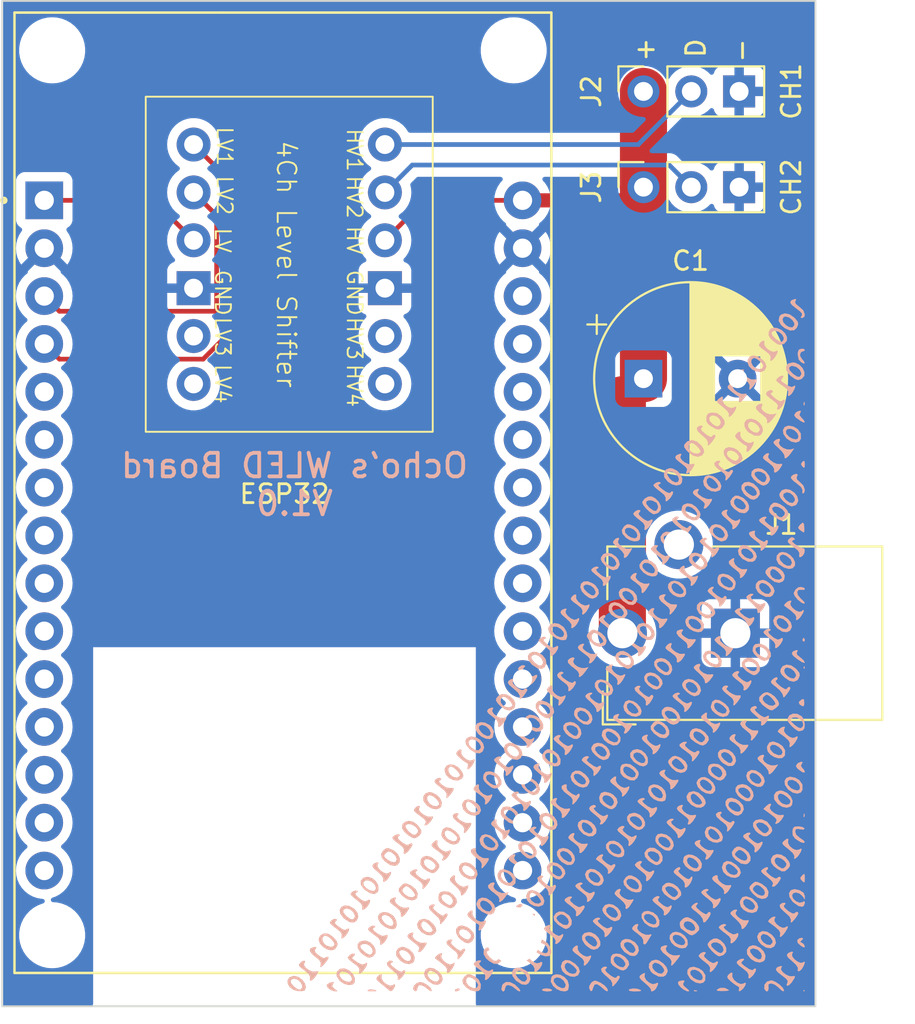
<source format=kicad_pcb>
(kicad_pcb (version 20221018) (generator pcbnew)

  (general
    (thickness 1.6)
  )

  (paper "A4")
  (layers
    (0 "F.Cu" signal)
    (31 "B.Cu" signal)
    (32 "B.Adhes" user "B.Adhesive")
    (33 "F.Adhes" user "F.Adhesive")
    (34 "B.Paste" user)
    (35 "F.Paste" user)
    (36 "B.SilkS" user "B.Silkscreen")
    (37 "F.SilkS" user "F.Silkscreen")
    (38 "B.Mask" user)
    (39 "F.Mask" user)
    (40 "Dwgs.User" user "User.Drawings")
    (41 "Cmts.User" user "User.Comments")
    (42 "Eco1.User" user "User.Eco1")
    (43 "Eco2.User" user "User.Eco2")
    (44 "Edge.Cuts" user)
    (45 "Margin" user)
    (46 "B.CrtYd" user "B.Courtyard")
    (47 "F.CrtYd" user "F.Courtyard")
    (48 "B.Fab" user)
    (49 "F.Fab" user)
    (50 "User.1" user)
    (51 "User.2" user)
    (52 "User.3" user)
    (53 "User.4" user)
    (54 "User.5" user)
    (55 "User.6" user)
    (56 "User.7" user)
    (57 "User.8" user)
    (58 "User.9" user)
  )

  (setup
    (stackup
      (layer "F.SilkS" (type "Top Silk Screen"))
      (layer "F.Paste" (type "Top Solder Paste"))
      (layer "F.Mask" (type "Top Solder Mask") (thickness 0.01))
      (layer "F.Cu" (type "copper") (thickness 0.035))
      (layer "dielectric 1" (type "core") (thickness 1.51) (material "FR4") (epsilon_r 4.5) (loss_tangent 0.02))
      (layer "B.Cu" (type "copper") (thickness 0.035))
      (layer "B.Mask" (type "Bottom Solder Mask") (thickness 0.01))
      (layer "B.Paste" (type "Bottom Solder Paste"))
      (layer "B.SilkS" (type "Bottom Silk Screen"))
      (copper_finish "None")
      (dielectric_constraints no)
    )
    (pad_to_mask_clearance 0)
    (pcbplotparams
      (layerselection 0x00010fc_ffffffff)
      (plot_on_all_layers_selection 0x0000000_00000000)
      (disableapertmacros false)
      (usegerberextensions false)
      (usegerberattributes true)
      (usegerberadvancedattributes true)
      (creategerberjobfile true)
      (dashed_line_dash_ratio 12.000000)
      (dashed_line_gap_ratio 3.000000)
      (svgprecision 4)
      (plotframeref false)
      (viasonmask false)
      (mode 1)
      (useauxorigin false)
      (hpglpennumber 1)
      (hpglpenspeed 20)
      (hpglpendiameter 15.000000)
      (dxfpolygonmode true)
      (dxfimperialunits true)
      (dxfusepcbnewfont true)
      (psnegative false)
      (psa4output false)
      (plotreference true)
      (plotvalue true)
      (plotinvisibletext false)
      (sketchpadsonfab false)
      (subtractmaskfromsilk false)
      (outputformat 1)
      (mirror false)
      (drillshape 1)
      (scaleselection 1)
      (outputdirectory "")
    )
  )

  (net 0 "")
  (net 1 "+5V")
  (net 2 "GND")
  (net 3 "/CH1_HV")
  (net 4 "/CH2_HV")
  (net 5 "Net-(U1-3V3)")
  (net 6 "/CH2_LV")
  (net 7 "/CH1_LV")
  (net 8 "unconnected-(U1-D4-Pad5)")
  (net 9 "unconnected-(U1-RX2-Pad6)")
  (net 10 "unconnected-(U1-TX2-Pad7)")
  (net 11 "unconnected-(U1-D5-Pad8)")
  (net 12 "unconnected-(U1-D18-Pad9)")
  (net 13 "unconnected-(U1-D19-Pad10)")
  (net 14 "unconnected-(U1-D21-Pad11)")
  (net 15 "unconnected-(U1-RX0-Pad12)")
  (net 16 "unconnected-(U1-TX0-Pad13)")
  (net 17 "unconnected-(U1-D22-Pad14)")
  (net 18 "unconnected-(U1-D23-Pad15)")
  (net 19 "unconnected-(U1-EN-Pad16)")
  (net 20 "unconnected-(U1-VP-Pad17)")
  (net 21 "unconnected-(U1-VN-Pad18)")
  (net 22 "unconnected-(U1-D34-Pad19)")
  (net 23 "unconnected-(U1-D35-Pad20)")
  (net 24 "unconnected-(U1-D32-Pad21)")
  (net 25 "unconnected-(U1-D33-Pad22)")
  (net 26 "unconnected-(U1-D25-Pad23)")
  (net 27 "unconnected-(U1-D26-Pad24)")
  (net 28 "unconnected-(U1-D27-Pad25)")
  (net 29 "unconnected-(U1-D14-Pad26)")
  (net 30 "unconnected-(U1-D12-Pad27)")
  (net 31 "unconnected-(U1-D13-Pad28)")
  (net 32 "unconnected-(U2-LV3-Pad5)")
  (net 33 "unconnected-(U2-LV4-Pad6)")
  (net 34 "unconnected-(U2-HV4-Pad7)")
  (net 35 "unconnected-(U2-HV3-Pad8)")

  (footprint "Connector_PinSocket_2.54mm:PinSocket_1x03_P2.54mm_Vertical" (layer "F.Cu") (at 115.331 60.681 90))

  (footprint "AmazonParts:MODULE_ESP32_DEVKIT_V1" (layer "F.Cu") (at 96.21 76.895))

  (footprint "AmazonParts:KeeYees 4 Channel IIC I2C Logic Level Converter" (layer "F.Cu") (at 96.52 63.5))

  (footprint "Connector_BarrelJack:BarrelJack_CUI_PJ-102AH_Horizontal" (layer "F.Cu") (at 114.211 84.346 90))

  (footprint "Capacitor_THT:CP_Radial_D10.0mm_P5.00mm" (layer "F.Cu") (at 115.331 70.841))

  (footprint "Connector_PinSocket_2.54mm:PinSocket_1x03_P2.54mm_Vertical" (layer "F.Cu") (at 115.331 55.601 90))

  (footprint "LOGO" (layer "B.Cu")
    (tstamp e154958c-79a7-47d8-99ae-fa16043708f0)
    (at 110.1 84.9 180)
    (attr board_only exclude_from_pos_files exclude_from_bom)
    (fp_text reference "" (at 0 0) (layer "B.SilkS")
        (effects (font (size 1.5 1.5) (thickness 0.3)) (justify mirror))
      (tstamp 5e9d517f-7321-4dae-b13a-7abaec11f4b8)
    )
    (fp_text value "LOGO" (at 0.75 0) (layer "B.SilkS") hide
        (effects (font (size 1.5 1.5) (thickness 0.3)) (justify mirror))
      (tstamp 249b16d5-5aef-41e3-8853-70cf6348b7ac)
    )
    (fp_poly
      (pts
        (xy -13.716 -18.415)
        (xy -13.758333 -18.457334)
        (xy -13.800666 -18.415)
        (xy -13.758333 -18.372667)
      )

      (stroke (width 0) (type solid)) (fill solid) (layer "B.SilkS") (tstamp f6f5ac80-c28b-4a99-b952-9de0fd5ec778))
    (fp_poly
      (pts
        (xy -13.744222 -1.213556)
        (xy -13.734089 -1.314035)
        (xy -13.744222 -1.326445)
        (xy -13.794556 -1.314822)
        (xy -13.800666 -1.27)
        (xy -13.769688 -1.20031)
      )

      (stroke (width 0) (type solid)) (fill solid) (layer "B.SilkS") (tstamp c67e21ee-0bb6-408b-90cb-063f56c3a4f2))
    (fp_poly
      (pts
        (xy -13.74283 -9.043459)
        (xy -13.732736 -9.175782)
        (xy -13.749514 -9.205736)
        (xy -13.787996 -9.180485)
        (xy -13.793982 -9.094611)
        (xy -13.773305 -9.004269)
      )

      (stroke (width 0) (type solid)) (fill solid) (layer "B.SilkS") (tstamp a37d7885-b38f-48ca-9d21-64a57ea9b7d5))
    (fp_poly
      (pts
        (xy -13.74283 12.800541)
        (xy -13.732736 12.668218)
        (xy -13.749514 12.638264)
        (xy -13.787996 12.663515)
        (xy -13.793982 12.749389)
        (xy -13.773305 12.839731)
      )

      (stroke (width 0) (type solid)) (fill solid) (layer "B.SilkS") (tstamp 07cb24c9-3c78-4765-9b8e-ba432fe96ead))
    (fp_poly
      (pts
        (xy -7.89693 -18.406181)
        (xy -7.922181 -18.444663)
        (xy -8.008055 -18.450649)
        (xy -8.098398 -18.429972)
        (xy -8.059208 -18.399497)
        (xy -7.926884 -18.389403)
      )

      (stroke (width 0) (type solid)) (fill solid) (layer "B.SilkS") (tstamp 553086c3-6e0c-4637-8f08-633ff9e43a12))
    (fp_poly
      (pts
        (xy -13.714619 0.29548)
        (xy -13.665777 0.194011)
        (xy -13.677282 0.163483)
        (xy -13.759016 0.088409)
        (xy -13.79901 0.173916)
        (xy -13.800666 0.216663)
        (xy -13.75901 0.303866)
      )

      (stroke (width 0) (type solid)) (fill solid) (layer "B.SilkS") (tstamp 9249e25b-6b01-469f-a505-4b7223ac5052))
    (fp_poly
      (pts
        (xy -13.672622 9.651133)
        (xy -13.591874 9.532847)
        (xy -13.640656 9.4291)
        (xy -13.744626 9.326884)
        (xy -13.790921 9.366504)
        (xy -13.800666 9.535367)
        (xy -13.786524 9.684456)
        (xy -13.72548 9.690525)
      )

      (stroke (width 0) (type solid)) (fill solid) (layer "B.SilkS") (tstamp 611f4d7f-d03b-4d30-86ea-95e2bd4f6665))
    (fp_poly
      (pts
        (xy 4.750623 -18.337678)
        (xy 4.783667 -18.372667)
        (xy 4.765422 -18.445921)
        (xy 4.708994 -18.457334)
        (xy 4.562711 -18.407655)
        (xy 4.529667 -18.372667)
        (xy 4.547911 -18.299412)
        (xy 4.60434 -18.288)
      )

      (stroke (width 0) (type solid)) (fill solid) (layer "B.SilkS") (tstamp aa4efd2c-5d7a-4cce-82d2-20637e5a8e32))
    (fp_poly
      (pts
        (xy -13.617222 -2.970886)
        (xy -13.477984 -3.092814)
        (xy -13.507984 -3.216127)
        (xy -13.617222 -3.294448)
        (xy -13.727062 -3.330021)
        (xy -13.76797 -3.249373)
        (xy -13.772444 -3.132667)
        (xy -13.75773 -2.967276)
        (xy -13.692725 -2.937536)
      )

      (stroke (width 0) (type solid)) (fill solid) (layer "B.SilkS") (tstamp f7b11f7a-7817-4756-a6f5-ad6a9efcff8e))
    (fp_poly
      (pts
        (xy 9.384295 -18.370061)
        (xy 9.437353 -18.422204)
        (xy 9.350758 -18.446058)
        (xy 9.186334 -18.449392)
        (xy 8.985349 -18.443023)
        (xy 8.936655 -18.421975)
        (xy 9.023278 -18.37634)
        (xy 9.045628 -18.367268)
        (xy 9.28657 -18.335508)
      )

      (stroke (width 0) (type solid)) (fill solid) (layer "B.SilkS") (tstamp 3389ecec-31ec-48e3-b37f-6afbb33ef263))
    (fp_poly
      (pts
        (xy -9.30583 -18.263575)
        (xy -9.191143 -18.316346)
        (xy -9.116221 -18.384537)
        (xy -9.15062 -18.419651)
        (xy -9.319051 -18.433698)
        (xy -9.437844 -18.436236)
        (xy -9.655187 -18.427427)
        (xy -9.766888 -18.398224)
        (xy -9.767259 -18.374675)
        (xy -9.548758 -18.263385)
      )

      (stroke (width 0) (type solid)) (fill solid) (layer "B.SilkS") (tstamp 96856138-c990-49bd-9c5c-890f3d105ad5))
    (fp_poly
      (pts
        (xy -4.496 -18.331315)
        (xy -4.445 -18.372667)
        (xy -4.486045 -18.425456)
        (xy -4.67272 -18.453166)
        (xy -4.799836 -18.456037)
        (xy -5.035664 -18.445724)
        (xy -5.116166 -18.414206)
        (xy -5.08 -18.372667)
        (xy -4.8949 -18.307116)
        (xy -4.674347 -18.293332)
      )

      (stroke (width 0) (type solid)) (fill solid) (layer "B.SilkS") (tstamp 42325a84-4420-4c21-997c-ad18379bc47e))
    (fp_poly
      (pts
        (xy 0.0965 -18.312977)
        (xy 0.169334 -18.372667)
        (xy 0.094816 -18.428256)
        (xy -0.088795 -18.45646)
        (xy -0.131997 -18.457334)
        (xy -0.324645 -18.437278)
        (xy -0.385919 -18.384224)
        (xy -0.381 -18.372667)
        (xy -0.266544 -18.311667)
        (xy -0.07967 -18.288)
      )

      (stroke (width 0) (type solid)) (fill solid) (layer "B.SilkS") (tstamp 027170f7-5331-4cff-b209-d4f67ed1a049))
    (fp_poly
      (pts
        (xy -13.664864 -12.291546)
        (xy -13.655524 -12.300857)
        (xy -13.55743 -12.421093)
        (xy -13.586309 -12.517333)
        (xy -13.655524 -12.591143)
        (xy -13.752564 -12.674704)
        (xy -13.79259 -12.640895)
        (xy -13.800652 -12.464666)
        (xy -13.800666 -12.446)
        (xy -13.793927 -12.258659)
        (xy -13.757009 -12.215524)
      )

      (stroke (width 0) (type solid)) (fill solid) (layer "B.SilkS") (tstamp 6beb8113-6990-48b3-876f-58a6e2ced14d))
    (fp_poly
      (pts
        (xy -13.571853 6.336789)
        (xy -13.525064 6.2865)
        (xy -13.444683 6.170088)
        (xy -13.483319 6.078028)
        (xy -13.58816 5.992587)
        (xy -13.719134 5.903792)
        (xy -13.770956 5.925699)
        (xy -13.776958 6.084679)
        (xy -13.775438 6.140753)
        (xy -13.752837 6.360612)
        (xy -13.690704 6.422622)
      )

      (stroke (width 0) (type solid)) (fill solid) (layer "B.SilkS") (tstamp fd480857-49fb-4296-8fac-f86da49e8218))
    (fp_poly
      (pts
        (xy -13.516451 -15.628066)
        (xy -13.391317 -15.733799)
        (xy -13.418707 -15.879186)
        (xy -13.589 -16.036548)
        (xy -13.738928 -16.120801)
        (xy -13.795506 -16.101568)
        (xy -13.800666 -16.055344)
        (xy -13.731635 -15.927046)
        (xy -13.654873 -15.879504)
        (xy -13.558889 -15.822138)
        (xy -13.619881 -15.755184)
        (xy -13.631254 -15.748049)
        (xy -13.711973 -15.657032)
        (xy -13.658906 -15.605829)
      )

      (stroke (width 0) (type solid)) (fill solid) (layer "B.SilkS") (tstamp c36a8126-9ddf-439c-8000-74e0799ab790))
    (fp_poly
      (pts
        (xy -13.451797 -6.325499)
        (xy -13.37773 -6.391855)
        (xy -13.32673 -6.50237)
        (xy -13.396416 -6.616822)
        (xy -13.473196 -6.685372)
        (xy -13.678997 -6.830138)
        (xy -13.784996 -6.838522)
        (xy -13.800666 -6.7837)
        (xy -13.74272 -6.673515)
        (xy -13.672622 -6.603134)
        (xy -13.591874 -6.484847)
        (xy -13.640656 -6.3811)
        (xy -13.688752 -6.287203)
        (xy -13.609734 -6.265334)
      )

      (stroke (width 0) (type solid)) (fill solid) (layer "B.SilkS") (tstamp 337c4b58-ea3a-4393-8899-985c451622ea))
    (fp_poly
      (pts
        (xy 11.432025 -17.987866)
        (xy 11.570775 -18.077133)
        (xy 11.599334 -18.139558)
        (xy 11.527788 -18.271751)
        (xy 11.358633 -18.391816)
        (xy 11.160089 -18.453362)
        (xy 11.135995 -18.454641)
        (xy 11.029691 -18.447586)
        (xy 11.054943 -18.400642)
        (xy 11.161198 -18.322705)
        (xy 11.288469 -18.204366)
        (xy 11.277374 -18.099631)
        (xy 11.254336 -18.068705)
        (xy 11.205488 -17.9679)
        (xy 11.243375 -17.949334)
      )

      (stroke (width 0) (type solid)) (fill solid) (layer "B.SilkS") (tstamp 5bb980a8-7171-40f0-8545-2222a6c19433))
    (fp_poly
      (pts
        (xy -13.36802 12.301149)
        (xy -13.29047 12.231687)
        (xy -13.2324 12.113279)
        (xy -13.309638 12.003888)
        (xy -13.343603 11.976257)
        (xy -13.581026 11.807669)
        (xy -13.741443 11.729042)
        (xy -13.800665 11.752214)
        (xy -13.800666 11.752565)
        (xy -13.743958 11.859457)
        (xy -13.631632 11.980063)
        (xy -13.520674 12.119271)
        (xy -13.548337 12.235848)
        (xy -13.557332 12.247185)
        (xy -13.603484 12.340108)
        (xy -13.525067 12.361333)
      )

      (stroke (width 0) (type solid)) (fill solid) (layer "B.SilkS") (tstamp cb6ef054-419c-4c36-af71-ef2b5e464cbe))
    (fp_poly
      (pts
        (xy -7.125953 -17.907701)
        (xy -7.061096 -17.963201)
        (xy -7.077638 -18.076581)
        (xy -7.195582 -18.224259)
        (xy -7.366242 -18.362127)
        (xy -7.540932 -18.446076)
        (xy -7.603554 -18.454651)
        (xy -7.667452 -18.428059)
        (xy -7.595722 -18.342456)
        (xy -7.511358 -18.27621)
        (xy -7.359875 -18.139533)
        (xy -7.340275 -18.035455)
        (xy -7.373558 -17.982559)
        (xy -7.418517 -17.891312)
        (xy -7.318772 -17.864892)
        (xy -7.296697 -17.864667)
      )

      (stroke (width 0) (type solid)) (fill solid) (layer "B.SilkS") (tstamp 69665bfb-478e-4702-a2c9-e54548bde25b))
    (fp_poly
      (pts
        (xy -13.476429 15.595342)
        (xy -13.424691 15.455114)
        (xy -13.419666 15.334993)
        (xy -13.470557 15.073444)
        (xy -13.610166 14.9225)
        (xy -13.747096 14.857521)
        (xy -13.800666 14.880639)
        (xy -13.742298 15.000195)
        (xy -13.673666 15.070666)
        (xy -13.564987 15.237833)
        (xy -13.546666 15.335033)
        (xy -13.602505 15.466515)
        (xy -13.673666 15.494)
        (xy -13.786289 15.54283)
        (xy -13.800666 15.584555)
        (xy -13.730527 15.644652)
        (xy -13.610166 15.648055)
      )

      (stroke (width 0) (type solid)) (fill solid) (layer "B.SilkS") (tstamp e8477e12-90df-4bed-83c7-ebc3c81bc9f6))
    (fp_poly
      (pts
        (xy -13.193864 -0.398748)
        (xy -13.134668 -0.452009)
        (xy -13.109467 -0.54156)
        (xy -13.190605 -0.655833)
        (xy -13.398317 -0.822164)
        (xy -13.420634 -0.83827)
        (xy -13.643442 -0.980771)
        (xy -13.774553 -1.02659)
        (xy -13.800423 -1.000094)
        (xy -13.735638 -0.882301)
        (xy -13.577383 -0.740335)
        (xy -13.551412 -0.722331)
        (xy -13.390374 -0.588539)
        (xy -13.369345 -0.483903)
        (xy -13.392689 -0.447164)
        (xy -13.431641 -0.357698)
        (xy -13.355734 -0.338667)
      )

      (stroke (width 0) (type solid)) (fill solid) (layer "B.SilkS") (tstamp 51564db3-825e-44e9-b806-11f292e06429))
    (fp_poly
      (pts
        (xy 2.240609 -18.065875)
        (xy 2.278787 -18.139834)
        (xy 2.31927 -18.351069)
        (xy 2.244137 -18.450906)
        (xy 2.196337 -18.457334)
        (xy 2.131591 -18.386376)
        (xy 2.116667 -18.288)
        (xy 2.056798 -18.146496)
        (xy 1.947334 -18.118667)
        (xy 1.76302 -18.17613)
        (xy 1.608667 -18.288)
        (xy 1.45304 -18.413556)
        (xy 1.34024 -18.4574)
        (xy 1.305192 -18.416494)
        (xy 1.365467 -18.309167)
        (xy 1.60395 -18.078712)
        (xy 1.852667 -17.957012)
        (xy 2.07657 -17.950567)
      )

      (stroke (width 0) (type solid)) (fill solid) (layer "B.SilkS") (tstamp 9d0cab8b-74aa-473b-a75e-cfcc4c15475c))
    (fp_poly
      (pts
        (xy 6.817958 -18.006905)
        (xy 6.959413 -18.143622)
        (xy 7.006753 -18.30549)
        (xy 6.983919 -18.374417)
        (xy 6.877424 -18.456246)
        (xy 6.792389 -18.392978)
        (xy 6.773334 -18.288)
        (xy 6.712761 -18.145202)
        (xy 6.619965 -18.118667)
        (xy 6.447916 -18.173736)
        (xy 6.284839 -18.288)
        (xy 6.110046 -18.430173)
        (xy 6.024882 -18.442528)
        (xy 6.011334 -18.387425)
        (xy 6.081416 -18.251084)
        (xy 6.251086 -18.103901)
        (xy 6.459475 -17.989143)
        (xy 6.627645 -17.949334)
      )

      (stroke (width 0) (type solid)) (fill solid) (layer "B.SilkS") (tstamp 82ce29b9-0f2d-4e8f-b000-926d728ca115))
    (fp_poly
      (pts
        (xy -13.196868 8.968709)
        (xy -13.069549 8.873037)
        (xy -13.06607 8.768045)
        (xy -13.196026 8.628076)
        (xy -13.374657 8.493324)
        (xy -13.595887 8.306301)
        (xy -13.67144 8.156575)
        (xy -13.665284 8.106833)
        (xy -13.667423 7.984414)
        (xy -13.710294 7.958666)
        (xy -13.778513 8.031007)
        (xy -13.800666 8.167798)
        (xy -13.71983 8.393712)
        (xy -13.548431 8.563416)
        (xy -13.38252 8.719002)
        (xy -13.367908 8.834065)
        (xy -13.378363 8.848908)
        (xy -13.424768 8.967446)
        (xy -13.34721 9.013637)
      )

      (stroke (width 0) (type solid)) (fill solid) (layer "B.SilkS") (tstamp c2cb6bce-18ce-4bdf-84b5-337b601ee38c))
    (fp_poly
      (pts
        (xy -2.48143 -17.968156)
        (xy -2.466369 -17.981679)
        (xy -2.350385 -18.165897)
        (xy -2.347392 -18.292811)
        (xy -2.422023 -18.438387)
        (xy -2.503938 -18.423198)
        (xy -2.555278 -18.273465)
        (xy -2.628409 -18.095869)
        (xy -2.767841 -18.071076)
        (xy -2.965665 -18.199681)
        (xy -3.00711 -18.239413)
        (xy -3.193371 -18.399843)
        (xy -3.313033 -18.45385)
        (xy -3.345129 -18.398225)
        (xy -3.299995 -18.284254)
        (xy -3.162801 -18.132433)
        (xy -2.948889 -17.988631)
        (xy -2.917868 -17.973122)
        (xy -2.719565 -17.889208)
        (xy -2.598132 -17.887097)
      )

      (stroke (width 0) (type solid)) (fill solid) (layer "B.SilkS") (tstamp 484d7196-b351-433b-b129-e6fb778a1307))
    (fp_poly
      (pts
        (xy -13.109197 18.227919)
        (xy -13.050001 18.174657)
        (xy -13.02496 18.085384)
        (xy -13.105867 17.971228)
        (xy -13.312943 17.805044)
        (xy -13.339728 17.785696)
        (xy -13.557887 17.616091)
        (xy -13.650666 17.501123)
        (xy -13.639518 17.411084)
        (xy -13.624726 17.391039)
        (xy -13.574331 17.29565)
        (xy -13.6633 17.272)
        (xy -13.776229 17.343433)
        (xy -13.800666 17.472753)
        (xy -13.716164 17.688576)
        (xy -13.509789 17.872818)
        (xy -13.327363 18.019915)
        (xy -13.281917 18.127641)
        (xy -13.308489 18.180065)
        (xy -13.346688 18.269182)
        (xy -13.271067 18.288)
      )

      (stroke (width 0) (type solid)) (fill solid) (layer "B.SilkS") (tstamp 127563cf-dac0-4052-a540-25e3801ad00d))
    (fp_poly
      (pts
        (xy -11.334201 12.694042)
        (xy -11.201723 12.579604)
        (xy -11.215268 12.44436)
        (xy -11.380076 12.273293)
        (xy -11.516035 12.172951)
        (xy -11.742514 11.981432)
        (xy -11.805406 11.833283)
        (xy -11.800097 11.813118)
        (xy -11.78555 11.698481)
        (xy -11.855614 11.694822)
        (xy -11.97989 11.78883)
        (xy -12.117293 11.951987)
        (xy -12.308116 12.219974)
        (xy -12.108995 12.167902)
        (xy -11.920932 12.17103)
        (xy -11.723513 12.247109)
        (xy -11.563873 12.364642)
        (xy -11.489147 12.492133)
        (xy -11.510423 12.567887)
        (xy -11.561064 12.690873)
        (xy -11.486028 12.739426)
      )

      (stroke (width 0) (type solid)) (fill solid) (layer "B.SilkS") (tstamp a5e482e3-4099-4195-8300-65a4b8b2487a))
    (fp_poly
      (pts
        (xy -1.343534 -0.767958)
        (xy -1.211056 -0.882396)
        (xy -1.224601 -1.01764)
        (xy -1.38941 -1.188707)
        (xy -1.525369 -1.289049)
        (xy -1.751847 -1.480568)
        (xy -1.81474 -1.628717)
        (xy -1.80943 -1.648882)
        (xy -1.794883 -1.763519)
        (xy -1.864947 -1.767178)
        (xy -1.989224 -1.67317)
        (xy -2.126626 -1.510013)
        (xy -2.31745 -1.242026)
        (xy -2.118328 -1.294098)
        (xy -1.930265 -1.29097)
        (xy -1.732847 -1.214891)
        (xy -1.573206 -1.097358)
        (xy -1.49848 -0.969867)
        (xy -1.519757 -0.894113)
        (xy -1.570397 -0.771127)
        (xy -1.495361 -0.722574)
      )

      (stroke (width 0) (type solid)) (fill solid) (layer "B.SilkS") (tstamp 7f65b066-767a-4df6-84a1-6cc87fad65bc))
    (fp_poly
      (pts
        (xy 2.889799 -12.705958)
        (xy 3.022277 -12.820396)
        (xy 3.008732 -12.95564)
        (xy 2.843924 -13.126707)
        (xy 2.707965 -13.227049)
        (xy 2.481486 -13.418568)
        (xy 2.418594 -13.566717)
        (xy 2.423903 -13.586882)
        (xy 2.43845 -13.701519)
        (xy 2.368386 -13.705178)
        (xy 2.24411 -13.61117)
        (xy 2.106707 -13.448013)
        (xy 1.915884 -13.180026)
        (xy 2.115005 -13.232098)
        (xy 2.303068 -13.22897)
        (xy 2.500487 -13.152891)
        (xy 2.660127 -13.035358)
        (xy 2.734853 -12.907867)
        (xy 2.713577 -12.832113)
        (xy 2.662936 -12.709127)
        (xy 2.737972 -12.660574)
      )

      (stroke (width 0) (type solid)) (fill solid) (layer "B.SilkS") (tstamp 08d29ec2-dffb-403d-948c-fab3e222e069))
    (fp_poly
      (pts
        (xy -12.288127 10.833384)
        (xy -12.22564 10.791806)
        (xy -12.140874 10.712322)
        (xy -12.139179 10.635234)
        (xy -12.237244 10.521264)
        (xy -12.403666 10.372855)
        (xy -12.590387 10.184276)
        (xy -12.701999 10.019697)
        (xy -12.717455 9.950003)
        (xy -12.728616 9.834558)
        (xy -12.816243 9.845047)
        (xy -12.956096 9.971271)
        (xy -13.048626 10.08932)
        (xy -13.23945 10.357307)
        (xy -13.040328 10.305236)
        (xy -12.848808 10.307794)
        (xy -12.651078 10.384715)
        (xy -12.493642 10.504212)
        (xy -12.423004 10.634498)
        (xy -12.446602 10.711059)
        (xy -12.494734 10.827282)
        (xy -12.426996 10.873507)
      )

      (stroke (width 0) (type solid)) (fill solid) (layer "B.SilkS") (tstamp 0f0fc306-dfcb-4de5-9927-462c757df1c0))
    (fp_poly
      (pts
        (xy -11.78937 -17.930395)
        (xy -11.653976 -18.093442)
        (xy -11.643604 -18.302598)
        (xy -11.651029 -18.3242)
        (xy -11.747183 -18.450972)
        (xy -11.842299 -18.436986)
        (xy -11.880826 -18.301803)
        (xy -11.874055 -18.245667)
        (xy -11.870089 -18.087516)
        (xy -11.966975 -18.035939)
        (xy -12.016839 -18.034)
        (xy -12.199214 -18.093596)
        (xy -12.388833 -18.237798)
        (xy -12.396251 -18.245667)
        (xy -12.578618 -18.416536)
        (xy -12.680405 -18.451363)
        (xy -12.7 -18.398466)
        (xy -12.631547 -18.257003)
        (xy -12.463787 -18.0926)
        (xy -12.253116 -17.948875)
        (xy -12.055932 -17.869447)
        (xy -12.009805 -17.864667)
      )

      (stroke (width 0) (type solid)) (fill solid) (layer "B.SilkS") (tstamp 6b4434fa-a4dc-4daf-8f9c-8d397fa8f391))
    (fp_poly
      (pts
        (xy -11.44146 -5.930616)
        (xy -11.378973 -5.972194)
        (xy -11.294208 -6.051678)
        (xy -11.292512 -6.128766)
        (xy -11.390577 -6.242736)
        (xy -11.557 -6.391145)
        (xy -11.74372 -6.579724)
        (xy -11.855333 -6.744303)
        (xy -11.870788 -6.813997)
        (xy -11.881949 -6.929442)
        (xy -11.969577 -6.918953)
        (xy -12.109429 -6.792729)
        (xy -12.201959 -6.67468)
        (xy -12.392783 -6.406693)
        (xy -12.193661 -6.458764)
        (xy -12.002142 -6.456206)
        (xy -11.804412 -6.379285)
        (xy -11.646975 -6.259788)
        (xy -11.576337 -6.129502)
        (xy -11.599936 -6.052941)
        (xy -11.648067 -5.936718)
        (xy -11.580329 -5.890493)
      )

      (stroke (width 0) (type solid)) (fill solid) (layer "B.SilkS") (tstamp ce1a9215-ea3f-40ed-9c08-230eaaa395c6))
    (fp_poly
      (pts
        (xy -10.296592 14.469925)
        (xy -10.290773 14.331919)
        (xy -10.426466 14.153603)
        (xy -10.575734 14.033674)
        (xy -10.78775 13.85896)
        (xy -10.867338 13.715316)
        (xy -10.861911 13.631507)
        (xy -10.844987 13.487368)
        (xy -10.9086 13.491778)
        (xy -11.052988 13.644793)
        (xy -11.085188 13.685085)
        (xy -11.228178 13.899518)
        (xy -11.244491 14.014697)
        (xy -11.133795 14.024924)
        (xy -11.104637 14.016556)
        (xy -10.930646 14.027955)
        (xy -10.743792 14.128147)
        (xy -10.598904 14.27398)
        (xy -10.550814 14.422306)
        (xy -10.557206 14.447368)
        (xy -10.556595 14.545632)
        (xy -10.448492 14.549115)
      )

      (stroke (width 0) (type solid)) (fill solid) (layer "B.SilkS") (tstamp ce651bdb-d6c5-4404-8a4a-2b1f67e9f6ae))
    (fp_poly
      (pts
        (xy 3.927408 -10.930075)
        (xy 3.933227 -11.068081)
        (xy 3.797534 -11.246397)
        (xy 3.648266 -11.366326)
        (xy 3.43625 -11.54104)
        (xy 3.356662 -11.684684)
        (xy 3.362089 -11.768493)
        (xy 3.379013 -11.912632)
        (xy 3.3154 -11.908222)
        (xy 3.171012 -11.755207)
        (xy 3.138812 -11.714915)
        (xy 2.995822 -11.500482)
        (xy 2.979509 -11.385303)
        (xy 3.090205 -11.375076)
        (xy 3.119363 -11.383444)
        (xy 3.293354 -11.372045)
        (xy 3.480208 -11.271853)
        (xy 3.625096 -11.12602)
        (xy 3.673186 -10.977694)
        (xy 3.666794 -10.952632)
        (xy 3.667405 -10.854368)
        (xy 3.775508 -10.850885)
      )

      (stroke (width 0) (type solid)) (fill solid) (layer "B.SilkS") (tstamp ba9d3ca9-890f-482b-866f-50936059d44f))
    (fp_poly
      (pts
        (xy 8.88902 -17.652019)
        (xy 8.898054 -17.662704)
        (xy 8.958119 -17.77419)
        (xy 8.902912 -17.878608)
        (xy 8.802588 -17.965472)
        (xy 8.579333 -18.146705)
        (xy 8.402523 -18.294435)
        (xy 8.252371 -18.417596)
        (xy 8.17006 -18.44494)
        (xy 8.092308 -18.3878)
        (xy 8.060267 -18.355734)
        (xy 7.969691 -18.199121)
        (xy 7.958667 -18.1337)
        (xy 7.98419 -18.058253)
        (xy 8.080676 -18.114525)
        (xy 8.229851 -18.143433)
        (xy 8.414731 -18.068868)
        (xy 8.58098 -17.930767)
        (xy 8.674265 -17.76907)
        (xy 8.673156 -17.679021)
        (xy 8.669897 -17.551002)
        (xy 8.754008 -17.541119)
      )

      (stroke (width 0) (type solid)) (fill solid) (layer "B.SilkS") (tstamp 04766b71-d72b-4eaf-bdd1-b56b46219cdf))
    (fp_poly
      (pts
        (xy -13.454815 2.991472)
        (xy -13.302727 2.870733)
        (xy -13.21328 2.703917)
        (xy -13.208 2.656909)
        (xy -13.266026 2.519419)
        (xy -13.408114 2.347168)
        (xy -13.43203 2.32429)
        (xy -13.628691 2.167841)
        (xy -13.759932 2.115163)
        (xy -13.800666 2.163061)
        (xy -13.742918 2.243636)
        (xy -13.60126 2.38066)
        (xy -13.574822 2.403719)
        (xy -13.43198 2.58151)
        (xy -13.398578 2.74372)
        (xy -13.469209 2.848055)
        (xy -13.632362 2.853865)
        (xy -13.766822 2.849425)
        (xy -13.800666 2.886593)
        (xy -13.770889 2.962357)
        (xy -13.765258 2.963333)
        (xy -13.66528 2.989538)
        (xy -13.606841 3.010536)
      )

      (stroke (width 0) (type solid)) (fill solid) (layer "B.SilkS") (tstamp 63bc5976-c5de-4710-a041-b4ac2fd2da8e))
    (fp_poly
      (pts
        (xy -13.256511 -9.711275)
        (xy -13.169502 -9.794165)
        (xy -13.139814 -9.960398)
        (xy -13.153563 -10.17271)
        (xy -13.271728 -10.332872)
        (xy -13.364551 -10.404898)
        (xy -13.594837 -10.542601)
        (xy -13.748495 -10.580858)
        (xy -13.800131 -10.519834)
        (xy -13.733589 -10.439498)
        (xy -13.571537 -10.326879)
        (xy -13.546131 -10.312105)
        (xy -13.347848 -10.1414)
        (xy -13.292666 -9.984021)
        (xy -13.314903 -9.86047)
        (xy -13.414695 -9.831069)
        (xy -13.55347 -9.852328)
        (xy -13.736438 -9.870051)
        (xy -13.78367 -9.817037)
        (xy -13.779248 -9.799411)
        (xy -13.679514 -9.728561)
        (xy -13.48228 -9.694797)
        (xy -13.454944 -9.694334)
      )

      (stroke (width 0) (type solid)) (fill solid) (layer "B.SilkS") (tstamp 92663650-33f1-4531-9fe3-ef9130e26c99))
    (fp_poly
      (pts
        (xy -12.687793 -10.467381)
        (xy -12.610138 -10.552803)
        (xy -12.613533 -10.63135)
        (xy -12.717289 -10.739819)
        (xy -12.910753 -10.892144)
        (xy -13.148583 -11.103383)
        (xy -13.241974 -11.261)
        (xy -13.238069 -11.30443)
        (xy -13.225377 -11.413464)
        (xy -13.295901 -11.409278)
        (xy -13.417663 -11.302767)
        (xy -13.483166 -11.220913)
        (xy -13.596695 -11.03264)
        (xy -13.633156 -10.904891)
        (xy -13.590007 -10.869396)
        (xy -13.507317 -10.919523)
        (xy -13.353326 -10.952638)
        (xy -13.166166 -10.880497)
        (xy -13.00049 -10.74262)
        (xy -12.910955 -10.578528)
        (xy -12.914211 -10.490651)
        (xy -12.927512 -10.35407)
        (xy -12.843797 -10.351153)
      )

      (stroke (width 0) (type solid)) (fill solid) (layer "B.SilkS") (tstamp 804015ee-dc0b-4a2a-9c87-dac66e01d9de))
    (fp_poly
      (pts
        (xy -11.898512 -8.502521)
        (xy -11.763718 -8.603319)
        (xy -11.594139 -8.772898)
        (xy -11.981496 -9.051077)
        (xy -12.20104 -9.221537)
        (xy -12.295274 -9.337006)
        (xy -12.285633 -9.42699)
        (xy -12.270059 -9.448295)
        (xy -12.216543 -9.543979)
        (xy -12.287466 -9.564673)
        (xy -12.417155 -9.499708)
        (xy -12.551833 -9.358246)
        (xy -12.674747 -9.166397)
        (xy -12.679431 -9.081927)
        (xy -12.565658 -9.090768)
        (xy -12.547575 -9.0963)
        (xy -12.38807 -9.088278)
        (xy -12.203206 -9.004219)
        (xy -12.039563 -8.879156)
        (xy -11.943719 -8.748123)
        (xy -11.956283 -8.651584)
        (xy -12.010457 -8.536867)
        (xy -11.993504 -8.493948)
      )

      (stroke (width 0) (type solid)) (fill solid) (layer "B.SilkS") (tstamp b5956ec5-538a-4a18-89cc-7ffe72946110))
    (fp_poly
      (pts
        (xy -11.446933 15.985067)
        (xy -11.365842 15.881955)
        (xy -11.375784 15.789564)
        (xy -11.495621 15.672352)
        (xy -11.685681 15.535168)
        (xy -11.901674 15.361101)
        (xy -11.983048 15.221943)
        (xy -11.976309 15.142653)
        (xy -11.963151 15.011843)
        (xy -12.031926 15.00766)
        (xy -12.15847 15.124753)
        (xy -12.213166 15.195087)
        (xy -12.323568 15.37889)
        (xy -12.362611 15.509195)
        (xy -12.326179 15.551381)
        (xy -12.250276 15.507231)
        (xy -12.10698 15.483624)
        (xy -11.92267 15.559442)
        (xy -11.752744 15.694905)
        (xy -11.652602 15.850231)
        (xy -11.649682 15.9385)
        (xy -11.649856 16.064927)
        (xy -11.55846 16.069338)
      )

      (stroke (width 0) (type solid)) (fill solid) (layer "B.SilkS") (tstamp 983046b7-c025-45b8-b452-7b005f71a7b9))
    (fp_poly
      (pts
        (xy -10.580147 -4.077035)
        (xy -10.399347 -4.147645)
        (xy -10.368875 -4.276904)
        (xy -10.486441 -4.450099)
        (xy -10.660401 -4.592993)
        (xy -10.872417 -4.767706)
        (xy -10.952005 -4.91135)
        (xy -10.946577 -4.99516)
        (xy -10.929654 -5.139298)
        (xy -10.993266 -5.134889)
        (xy -11.137655 -4.981874)
        (xy -11.169855 -4.941582)
        (xy -11.312844 -4.727149)
        (xy -11.329158 -4.611969)
        (xy -11.218462 -4.601742)
        (xy -11.189303 -4.610111)
        (xy -11.004144 -4.593036)
        (xy -10.805117 -4.480165)
        (xy -10.65873 -4.3433)
        (xy -10.639721 -4.240721)
        (xy -10.681929 -4.174217)
        (xy -10.734674 -4.084841)
        (xy -10.656267 -4.068053)
      )

      (stroke (width 0) (type solid)) (fill solid) (layer "B.SilkS") (tstamp 354a6c3a-ba00-4b04-88f3-238fa67fde56))
    (fp_poly
      (pts
        (xy -9.986819 4.528352)
        (xy -9.914012 4.491621)
        (xy -9.76974 4.374751)
        (xy -9.769985 4.24241)
        (xy -9.920073 4.077204)
        (xy -10.076702 3.960284)
        (xy -10.303181 3.768765)
        (xy -10.366073 3.620617)
        (xy -10.360764 3.600451)
        (xy -10.349024 3.488043)
        (xy -10.419715 3.4838)
        (xy -10.535578 3.576105)
        (xy -10.615929 3.680021)
        (xy -10.730328 3.878825)
        (xy -10.732746 3.963732)
        (xy -10.623286 3.947779)
        (xy -10.61798 3.945766)
        (xy -10.441774 3.951792)
        (xy -10.248898 4.055151)
        (xy -10.093905 4.211439)
        (xy -10.031351 4.376255)
        (xy -10.03785 4.417949)
        (xy -10.059494 4.533438)
      )

      (stroke (width 0) (type solid)) (fill solid) (layer "B.SilkS") (tstamp bd9bdb04-ec50-4616-9537-1d535c308b08))
    (fp_poly
      (pts
        (xy -9.216459 12.985286)
        (xy -9.138805 12.899864)
        (xy -9.142199 12.821316)
        (xy -9.245955 12.712848)
        (xy -9.43942 12.560522)
        (xy -9.677249 12.349283)
        (xy -9.770641 12.191667)
        (xy -9.766735 12.148236)
        (xy -9.754044 12.039202)
        (xy -9.824568 12.043389)
        (xy -9.94633 12.1499)
        (xy -10.011833 12.231754)
        (xy -10.125362 12.420027)
        (xy -10.161823 12.547776)
        (xy -10.118673 12.58327)
        (xy -10.035984 12.533143)
        (xy -9.881993 12.500028)
        (xy -9.694832 12.57217)
        (xy -9.529157 12.710047)
        (xy -9.439622 12.874139)
        (xy -9.442877 12.962016)
        (xy -9.456179 13.098597)
        (xy -9.372463 13.101514)
      )

      (stroke (width 0) (type solid)) (fill solid) (layer "B.SilkS") (tstamp 7be54628-1bee-4303-b136-206cdee7764a))
    (fp_poly
      (pts
        (xy -8.369793 -3.778714)
        (xy -8.292138 -3.864136)
        (xy -8.295533 -3.942684)
        (xy -8.399289 -4.051152)
        (xy -8.592753 -4.203478)
        (xy -8.830583 -4.414717)
        (xy -8.923974 -4.572333)
        (xy -8.920069 -4.615764)
        (xy -8.907377 -4.724798)
        (xy -8.977901 -4.720611)
        (xy -9.099663 -4.6141)
        (xy -9.165166 -4.532246)
        (xy -9.278695 -4.343973)
        (xy -9.315156 -4.216224)
        (xy -9.272007 -4.18073)
        (xy -9.189317 -4.230857)
        (xy -9.035326 -4.263972)
        (xy -8.848166 -4.19183)
        (xy -8.68249 -4.053953)
        (xy -8.592955 -3.889861)
        (xy -8.596211 -3.801984)
        (xy -8.609512 -3.665403)
        (xy -8.525797 -3.662486)
      )

      (stroke (width 0) (type solid)) (fill solid) (layer "B.SilkS") (tstamp 4257208f-fb7c-43ca-9599-18b7628fb324))
    (fp_poly
      (pts
        (xy -8.054794 -1.104616)
        (xy -7.992306 -1.146194)
        (xy -7.907541 -1.225678)
        (xy -7.905845 -1.302766)
        (xy -8.00391 -1.416736)
        (xy -8.170333 -1.565145)
        (xy -8.357054 -1.753724)
        (xy -8.468666 -1.918303)
        (xy -8.484122 -1.987997)
        (xy -8.501131 -2.101216)
        (xy -8.598918 -2.090535)
        (xy -8.736999 -1.9685)
        (xy -8.904333 -1.754964)
        (xy -8.947613 -1.642635)
        (xy -8.869157 -1.620006)
        (xy -8.804509 -1.633414)
        (xy -8.614102 -1.630367)
        (xy -8.417118 -1.552853)
        (xy -8.260174 -1.432924)
        (xy -8.189889 -1.302629)
        (xy -8.213269 -1.226941)
        (xy -8.261401 -1.110718)
        (xy -8.193662 -1.064493)
      )

      (stroke (width 0) (type solid)) (fill solid) (layer "B.SilkS") (tstamp 2c7fc4cd-6b84-436b-959a-f1e55e54fa47))
    (fp_poly
      (pts
        (xy -7.2136 4.047066)
        (xy -7.132509 3.943955)
        (xy -7.142451 3.851564)
        (xy -7.262288 3.734352)
        (xy -7.452348 3.597168)
        (xy -7.668341 3.423101)
        (xy -7.749715 3.283943)
        (xy -7.742975 3.204653)
        (xy -7.732673 3.073518)
        (xy -7.803051 3.06204)
        (xy -7.922077 3.163506)
        (xy -7.991262 3.256688)
        (xy -8.097296 3.451656)
        (xy -8.12826 3.57994)
        (xy -8.08156 3.609999)
        (xy -8.016943 3.569231)
        (xy -7.873647 3.545624)
        (xy -7.689336 3.621442)
        (xy -7.519411 3.756905)
        (xy -7.419269 3.912231)
        (xy -7.416349 4.0005)
        (xy -7.416523 4.126927)
        (xy -7.325127 4.131338)
      )

      (stroke (width 0) (type solid)) (fill solid) (layer "B.SilkS") (tstamp 5eb3daaa-0888-4a94-b7b2-592e8b4f5040))
    (fp_poly
      (pts
        (xy -7.19348 0.748965)
        (xy -7.013499 0.678759)
        (xy -6.983861 0.550601)
        (xy -7.102031 0.379351)
        (xy -7.28121 0.234951)
        (xy -7.508351 0.044)
        (xy -7.572208 -0.103794)
        (xy -7.566764 -0.124882)
        (xy -7.56101 -0.235138)
        (xy -7.644512 -0.237812)
        (xy -7.778373 -0.136005)
        (xy -7.805666 -0.105834)
        (xy -7.973 0.107702)
        (xy -8.01628 0.220032)
        (xy -7.937824 0.242661)
        (xy -7.873176 0.229252)
        (xy -7.622036 0.248857)
        (xy -7.433094 0.351179)
        (xy -7.277671 0.481504)
        (xy -7.251192 0.580083)
        (xy -7.29494 0.651395)
        (xy -7.348075 0.741073)
        (xy -7.270106 0.757998)
      )

      (stroke (width 0) (type solid)) (fill solid) (layer "B.SilkS") (tstamp 0e4d856e-687e-4cb4-897e-1710b74ed549))
    (fp_poly
      (pts
        (xy -6.346814 -16.015035)
        (xy -6.166014 -16.085645)
        (xy -6.135541 -16.214904)
        (xy -6.253108 -16.388099)
        (xy -6.427068 -16.530993)
        (xy -6.639084 -16.705706)
        (xy -6.718671 -16.84935)
        (xy -6.713244 -16.93316)
        (xy -6.694753 -17.078299)
        (xy -6.755116 -17.074697)
        (xy -6.869821 -16.9545)
        (xy -7.068308 -16.711033)
        (xy -7.165462 -16.57319)
        (xy -7.169531 -16.5175)
        (xy -7.088762 -16.520489)
        (xy -7.016377 -16.53734)
        (xy -6.805895 -16.536894)
        (xy -6.606744 -16.456714)
        (xy -6.462201 -16.329204)
        (xy -6.415546 -16.186768)
        (xy -6.448595 -16.112217)
        (xy -6.50134 -16.022841)
        (xy -6.422934 -16.006053)
      )

      (stroke (width 0) (type solid)) (fill solid) (layer "B.SilkS") (tstamp 2ed9af66-9c3b-4e8a-b2df-54437353dcc3))
    (fp_poly
      (pts
        (xy -6.262147 2.611631)
        (xy -6.081347 2.541022)
        (xy -6.050875 2.411763)
        (xy -6.168441 2.238568)
        (xy -6.342401 2.095674)
        (xy -6.554417 1.92096)
        (xy -6.634005 1.777316)
        (xy -6.628577 1.693507)
        (xy -6.611654 1.549368)
        (xy -6.675266 1.553778)
        (xy -6.819655 1.706793)
        (xy -6.851855 1.747085)
        (xy -6.994844 1.961518)
        (xy -7.011158 2.076697)
        (xy -6.900462 2.086924)
        (xy -6.871303 2.078556)
        (xy -6.686144 2.095631)
        (xy -6.487117 2.208502)
        (xy -6.34073 2.345367)
        (xy -6.321721 2.447946)
        (xy -6.363929 2.51445)
        (xy -6.416674 2.603826)
        (xy -6.338267 2.620613)
      )

      (stroke (width 0) (type solid)) (fill solid) (layer "B.SilkS") (tstamp c45ced07-8a64-4078-ba2a-d3a046b3a327))
    (fp_poly
      (pts
        (xy -5.245486 -17.484981)
        (xy -5.172678 -17.521712)
        (xy -5.037058 -17.616834)
        (xy -5.017111 -17.717965)
        (xy -5.122083 -17.854411)
        (xy -5.334403 -18.034319)
        (xy -5.518037 -18.200139)
        (xy -5.619276 -18.332507)
        (xy -5.625739 -18.3801)
        (xy -5.645344 -18.449374)
        (xy -5.689637 -18.457334)
        (xy -5.818139 -18.39241)
        (xy -5.9063 -18.289149)
        (xy -5.997745 -18.103725)
        (xy -6.005352 -17.997163)
        (xy -5.931356 -17.999795)
        (xy -5.887317 -18.031523)
        (xy -5.731941 -18.066005)
        (xy -5.545253 -17.993635)
        (xy -5.380921 -17.854031)
        (xy -5.29261 -17.68681)
        (xy -5.296517 -17.595384)
        (xy -5.318161 -17.479895)
      )

      (stroke (width 0) (type solid)) (fill solid) (layer "B.SilkS") (tstamp 94266877-8dd4-4c17-9991-c9b955914146))
    (fp_poly
      (pts
        (xy -3.543793 -7.165381)
        (xy -3.466138 -7.250803)
        (xy -3.469533 -7.32935)
        (xy -3.573289 -7.437819)
        (xy -3.766753 -7.590144)
        (xy -4.004583 -7.801383)
        (xy -4.097974 -7.959)
        (xy -4.094069 -8.00243)
        (xy -4.081377 -8.111464)
        (xy -4.151901 -8.107278)
        (xy -4.273663 -8.000767)
        (xy -4.339166 -7.918913)
        (xy -4.452695 -7.73064)
        (xy -4.489156 -7.602891)
        (xy -4.446007 -7.567396)
        (xy -4.363317 -7.617523)
        (xy -4.209326 -7.650638)
        (xy -4.022166 -7.578497)
        (xy -3.85649 -7.44062)
        (xy -3.766955 -7.276528)
        (xy -3.770211 -7.188651)
        (xy -3.783512 -7.05207)
        (xy -3.699797 -7.049153)
      )

      (stroke (width 0) (type solid)) (fill solid) (layer "B.SilkS") (tstamp be79b584-27af-4cea-9900-f2489e818591))
    (fp_poly
      (pts
        (xy -1.540933 -16.1036)
        (xy -1.459842 -16.206712)
        (xy -1.469784 -16.299102)
        (xy -1.589621 -16.416315)
        (xy -1.779681 -16.553498)
        (xy -1.995674 -16.727565)
        (xy -2.077048 -16.866724)
        (xy -2.070309 -16.946013)
        (xy -2.057151 -17.076823)
        (xy -2.125926 -17.081007)
        (xy -2.25247 -16.963913)
        (xy -2.307166 -16.89358)
        (xy -2.417568 -16.709777)
        (xy -2.456611 -16.579471)
        (xy -2.420179 -16.537286)
        (xy -2.344276 -16.581436)
        (xy -2.20098 -16.605043)
        (xy -2.01667 -16.529225)
        (xy -1.846744 -16.393762)
        (xy -1.746602 -16.238435)
        (xy -1.743682 -16.150167)
        (xy -1.743856 -16.023739)
        (xy -1.65246 -16.019328)
      )

      (stroke (width 0) (type solid)) (fill solid) (layer "B.SilkS") (tstamp bbc23ecf-6043-44bb-ab44-d75e1ea90489))
    (fp_poly
      (pts
        (xy -1.456266 2.523066)
        (xy -1.375175 2.419955)
        (xy -1.385117 2.327564)
        (xy -1.504954 2.210352)
        (xy -1.695014 2.073168)
        (xy -1.911008 1.899101)
        (xy -1.992382 1.759943)
        (xy -1.985642 1.680653)
        (xy -1.972484 1.549843)
        (xy -2.041259 1.54566)
        (xy -2.167803 1.662753)
        (xy -2.2225 1.733087)
        (xy -2.332901 1.91689)
        (xy -2.371944 2.047195)
        (xy -2.335513 2.089381)
        (xy -2.259609 2.045231)
        (xy -2.116313 2.021624)
        (xy -1.932003 2.097442)
        (xy -1.762077 2.232905)
        (xy -1.661936 2.388231)
        (xy -1.659016 2.4765)
        (xy -1.65919 2.602927)
        (xy -1.567794 2.607338)
      )

      (stroke (width 0) (type solid)) (fill solid) (layer "B.SilkS") (tstamp cd27f354-aa8f-41e7-9e83-e1e7c3714369))
    (fp_poly
      (pts
        (xy 1.027132 -16.431291)
        (xy 1.154451 -16.526963)
        (xy 1.15793 -16.631955)
        (xy 1.027974 -16.771924)
        (xy 0.849343 -16.906676)
        (xy 0.628113 -17.093699)
        (xy 0.55256 -17.243425)
        (xy 0.558716 -17.293167)
        (xy 0.564305 -17.418713)
        (xy 0.484594 -17.424795)
        (xy 0.347115 -17.318214)
        (xy 0.261299 -17.219715)
        (xy 0.158239 -17.045144)
        (xy 0.138694 -16.919044)
        (xy 0.197672 -16.879178)
        (xy 0.29888 -16.935447)
        (xy 0.430538 -16.958589)
        (xy 0.601511 -16.894631)
        (xy 0.760404 -16.779698)
        (xy 0.855826 -16.649921)
        (xy 0.845637 -16.551092)
        (xy 0.799232 -16.432554)
        (xy 0.87679 -16.386363)
      )

      (stroke (width 0) (type solid)) (fill solid) (layer "B.SilkS") (tstamp 85d3545c-4b3c-438a-95f1-866e07f829e4))
    (fp_poly
      (pts
        (xy 2.777067 -9.414934)
        (xy 2.858158 -9.518045)
        (xy 2.848216 -9.610436)
        (xy 2.728379 -9.727648)
        (xy 2.538319 -9.864832)
        (xy 2.322326 -10.038899)
        (xy 2.240952 -10.178057)
        (xy 2.247691 -10.257347)
        (xy 2.257994 -10.388482)
        (xy 2.187616 -10.39996)
        (xy 2.06859 -10.298494)
        (xy 1.999404 -10.205312)
        (xy 1.89337 -10.010344)
        (xy 1.862407 -9.88206)
        (xy 1.909106 -9.852001)
        (xy 1.973724 -9.892769)
        (xy 2.11702 -9.916376)
        (xy 2.30133 -9.840558)
        (xy 2.471256 -9.705095)
        (xy 2.571398 -9.549769)
        (xy 2.574318 -9.4615)
        (xy 2.574144 -9.335073)
        (xy 2.66554 -9.330662)
      )

      (stroke (width 0) (type solid)) (fill solid) (layer "B.SilkS") (tstamp 720212db-7c64-41df-b2ef-68a9ce0d01d7))
    (fp_poly
      (pts
        (xy 3.7084 -7.552267)
        (xy 3.792385 -7.665199)
        (xy 3.774561 -7.768523)
        (xy 3.637343 -7.896109)
        (xy 3.469569 -8.012217)
        (xy 3.253589 -8.178782)
        (xy 3.172108 -8.313654)
        (xy 3.178942 -8.394419)
        (xy 3.192167 -8.525403)
        (xy 3.123449 -8.529705)
        (xy 2.996913 -8.412642)
        (xy 2.942167 -8.342246)
        (xy 2.828898 -8.154404)
        (xy 2.791963 -8.026237)
        (xy 2.834128 -7.989804)
        (xy 2.916009 -8.039191)
        (xy 3.065185 -8.0681)
        (xy 3.250064 -7.993534)
        (xy 3.416313 -7.855434)
        (xy 3.509598 -7.693736)
        (xy 3.508489 -7.603687)
        (xy 3.505589 -7.473859)
        (xy 3.595113 -7.46697)
      )

      (stroke (width 0) (type solid)) (fill solid) (layer "B.SilkS") (tstamp 814f39e7-1d65-41f9-8c17-79ddc210681d))
    (fp_poly
      (pts
        (xy -12.896393 2.241977)
        (xy -12.771798 2.144546)
        (xy -12.700297 2.045665)
        (xy -12.709101 2.005362)
        (xy -13.063634 1.746109)
        (xy -13.278767 1.545198)
        (xy -13.348121 1.4088)
        (xy -13.344426 1.391033)
        (xy -13.324726 1.262646)
        (xy -13.390523 1.249773)
        (xy -13.511717 1.344192)
        (xy -13.608847 1.463275)
        (xy -13.7184 1.647188)
        (xy -13.751315 1.763875)
        (xy -13.706524 1.783687)
        (xy -13.617871 1.713738)
        (xy -13.493661 1.6887)
        (xy -13.325096 1.759369)
        (xy -13.160733 1.886884)
        (xy -13.049133 2.032379)
        (xy -13.038853 2.156992)
        (xy -13.047792 2.169996)
        (xy -13.09617 2.264035)
        (xy -13.017067 2.286)
      )

      (stroke (width 0) (type solid)) (fill solid) (layer "B.SilkS") (tstamp 5a277681-4aa1-4e77-8f3a-ddd65f9082f9))
    (fp_poly
      (pts
        (xy -11.761295 10.089541)
        (xy -11.651322 10.001335)
        (xy -11.578574 9.902449)
        (xy -11.591769 9.818875)
        (xy -11.7121 9.710053)
        (xy -11.857483 9.60679)
        (xy -12.084846 9.419894)
        (xy -12.167512 9.268528)
        (xy -12.163404 9.213125)
        (xy -12.167537 9.086642)
        (xy -12.254256 9.075873)
        (xy -12.388766 9.174483)
        (xy -12.467166 9.26842)
        (xy -12.59008 9.46027)
        (xy -12.594765 9.54474)
        (xy -12.480992 9.535899)
        (xy -12.462908 9.530366)
        (xy -12.30818 9.539464)
        (xy -12.123907 9.622567)
        (xy -11.957472 9.745164)
        (xy -11.856259 9.872748)
        (xy -11.863471 9.966938)
        (xy -11.902645 10.072835)
        (xy -11.872026 10.106114)
      )

      (stroke (width 0) (type solid)) (fill solid) (layer "B.SilkS") (tstamp 2c7ca1af-4d12-491b-b1fb-e97d5e921f43))
    (fp_poly
      (pts
        (xy -9.952394 -4.833176)
        (xy -9.870042 -4.903622)
        (xy -9.794627 -5.004173)
        (xy -9.804589 -5.08763)
        (xy -9.92071 -5.19524)
        (xy -10.071677 -5.303792)
        (xy -10.308202 -5.505438)
        (xy -10.384292 -5.667278)
        (xy -10.380876 -5.693834)
        (xy -10.379844 -5.817673)
        (xy -10.408804 -5.842)
        (xy -10.508028 -5.784822)
        (xy -10.599666 -5.693834)
        (xy -10.765514 -5.481464)
        (xy -10.805988 -5.372938)
        (xy -10.723065 -5.360493)
        (xy -10.681603 -5.372016)
        (xy -10.508048 -5.369376)
        (xy -10.315704 -5.289809)
        (xy -10.152125 -5.167064)
        (xy -10.064861 -5.034888)
        (xy -10.081209 -4.94592)
        (xy -10.130549 -4.833692)
        (xy -10.071241 -4.792832)
      )

      (stroke (width 0) (type solid)) (fill solid) (layer "B.SilkS") (tstamp 643d33f2-75a2-4fef-b9dd-aff8737a3422))
    (fp_poly
      (pts
        (xy -8.93625 -12.353765)
        (xy -8.901335 -12.390009)
        (xy -8.875977 -12.479833)
        (xy -8.957344 -12.594222)
        (xy -9.165685 -12.760696)
        (xy -9.183635 -12.773637)
        (xy -9.42354 -12.975272)
        (xy -9.516332 -13.127474)
        (xy -9.512276 -13.168295)
        (xy -9.501763 -13.277722)
        (xy -9.573346 -13.279925)
        (xy -9.68926 -13.187296)
        (xy -9.769262 -13.083979)
        (xy -9.88229 -12.890114)
        (xy -9.885416 -12.8068)
        (xy -9.7772 -12.814552)
        (xy -9.74997 -12.822778)
        (xy -9.58465 -12.809922)
        (xy -9.396545 -12.712953)
        (xy -9.240826 -12.57332)
        (xy -9.172668 -12.432473)
        (xy -9.178529 -12.393473)
        (xy -9.166583 -12.297874)
        (xy -9.065901 -12.284389)
      )

      (stroke (width 0) (type solid)) (fill solid) (layer "B.SilkS") (tstamp c9552bb6-2481-4249-a461-dc059237c8eb))
    (fp_poly
      (pts
        (xy -6.597397 0.013471)
        (xy -6.480788 -0.080481)
        (xy -6.403527 -0.181951)
        (xy -6.411911 -0.263631)
        (xy -6.527149 -0.366056)
        (xy -6.687049 -0.474646)
        (xy -6.915912 -0.653393)
        (xy -7.002247 -0.799238)
        (xy -6.998836 -0.861829)
        (xy -7.00289 -0.988557)
        (xy -7.089545 -0.999488)
        (xy -7.224055 -0.900908)
        (xy -7.3025 -0.806913)
        (xy -7.425413 -0.615064)
        (xy -7.430098 -0.530594)
        (xy -7.316325 -0.539435)
        (xy -7.298242 -0.544967)
        (xy -7.143513 -0.535869)
        (xy -6.95924 -0.452767)
        (xy -6.792805 -0.330169)
        (xy -6.691592 -0.202585)
        (xy -6.698804 -0.108396)
        (xy -6.737978 -0.002499)
        (xy -6.707359 0.03078)
      )

      (stroke (width 0) (type solid)) (fill solid) (layer "B.SilkS") (tstamp bc3757f9-25e3-4d05-be12-81f0407ee879))
    (fp_poly
      (pts
        (xy -6.168222 -6.748785)
        (xy -6.102728 -6.80756)
        (xy -6.069248 -6.899132)
        (xy -6.1403 -7.006068)
        (xy -6.337681 -7.160391)
        (xy -6.347644 -7.167393)
        (xy -6.583769 -7.369052)
        (xy -6.658946 -7.531048)
        (xy -6.655565 -7.556416)
        (xy -6.650687 -7.709238)
        (xy -6.726723 -7.729805)
        (xy -6.861047 -7.61985)
        (xy -6.929202 -7.535437)
        (xy -7.07022 -7.327982)
        (xy -7.098676 -7.228377)
        (xy -7.015553 -7.218849)
        (xy -6.945667 -7.238048)
        (xy -6.77275 -7.233895)
        (xy -6.583213 -7.150517)
        (xy -6.424277 -7.023278)
        (xy -6.343166 -6.887541)
        (xy -6.362131 -6.801049)
        (xy -6.406103 -6.709196)
        (xy -6.3284 -6.688667)
      )

      (stroke (width 0) (type solid)) (fill solid) (layer "B.SilkS") (tstamp d1623d9e-2df9-4f1a-8b85-c03ec5b34861))
    (fp_poly
      (pts
        (xy -5.634394 1.855491)
        (xy -5.552042 1.785045)
        (xy -5.476627 1.684494)
        (xy -5.486589 1.601037)
        (xy -5.60271 1.493427)
        (xy -5.753677 1.384875)
        (xy -5.990306 1.18309)
        (xy -6.0663 1.021179)
        (xy -6.062898 0.994917)
        (xy -6.05802 0.842095)
        (xy -6.134056 0.821528)
        (xy -6.268381 0.931483)
        (xy -6.336536 1.015896)
        (xy -6.477553 1.223352)
        (xy -6.506009 1.322957)
        (xy -6.422887 1.332484)
        (xy -6.353 1.313286)
        (xy -6.184211 1.318304)
        (xy -5.995111 1.400647)
        (xy -5.833633 1.525413)
        (xy -5.747708 1.6577)
        (xy -5.763209 1.742746)
        (xy -5.812549 1.854974)
        (xy -5.753241 1.895835)
      )

      (stroke (width 0) (type solid)) (fill solid) (layer "B.SilkS") (tstamp 18f197a2-4606-4ecb-a665-c3b46c2fd19c))
    (fp_poly
      (pts
        (xy -4.787727 -14.908509)
        (xy -4.705376 -14.978955)
        (xy -4.629961 -15.079506)
        (xy -4.639922 -15.162963)
        (xy -4.756044 -15.270573)
        (xy -4.90701 -15.379125)
        (xy -5.143639 -15.58091)
        (xy -5.219633 -15.742821)
        (xy -5.216232 -15.769083)
        (xy -5.222043 -15.917436)
        (xy -5.295907 -15.970139)
        (xy -5.385533 -15.897548)
        (xy -5.477436 -15.747582)
        (xy -5.57773 -15.588728)
        (xy -5.659213 -15.448613)
        (xy -5.633334 -15.415665)
        (xy -5.523348 -15.445314)
        (xy -5.346946 -15.444098)
        (xy -5.152663 -15.366201)
        (xy -4.987812 -15.244688)
        (xy -4.899704 -15.112621)
        (xy -4.916542 -15.021254)
        (xy -4.965882 -14.909026)
        (xy -4.906574 -14.868165)
      )

      (stroke (width 0) (type solid)) (fill solid) (layer "B.SilkS") (tstamp 172f03b7-b289-436d-adc4-7d0ccb539cb5))
    (fp_poly
      (pts
        (xy -1.401061 -10.082509)
        (xy -1.318709 -10.152955)
        (xy -1.243294 -10.253506)
        (xy -1.253256 -10.336963)
        (xy -1.369377 -10.444573)
        (xy -1.520343 -10.553125)
        (xy -1.756972 -10.75491)
        (xy -1.832966 -10.916821)
        (xy -1.829565 -10.943083)
        (xy -1.824687 -11.095905)
        (xy -1.900723 -11.116472)
        (xy -2.035047 -11.006517)
        (xy -2.103202 -10.922104)
        (xy -2.24422 -10.714648)
        (xy -2.272676 -10.615043)
        (xy -2.189553 -10.605516)
        (xy -2.119667 -10.624714)
        (xy -1.950877 -10.619696)
        (xy -1.761778 -10.537353)
        (xy -1.6003 -10.412587)
        (xy -1.514375 -10.2803)
        (xy -1.529876 -10.195254)
        (xy -1.579216 -10.083026)
        (xy -1.519907 -10.042165)
      )

      (stroke (width 0) (type solid)) (fill solid) (layer "B.SilkS") (tstamp 402d8263-0da7-4cd5-aaf4-2814f97b7393))
    (fp_poly
      (pts
        (xy -0.892843 -7.545119)
        (xy -0.883078 -7.683131)
        (xy -1.011533 -7.856883)
        (xy -1.174724 -7.983929)
        (xy -1.387399 -8.147654)
        (xy -1.469765 -8.283447)
        (xy -1.464767 -8.378553)
        (xy -1.446982 -8.524727)
        (xy -1.509212 -8.522641)
        (xy -1.652041 -8.372164)
        (xy -1.687188 -8.328249)
        (xy -1.833811 -8.106488)
        (xy -1.847691 -7.983969)
        (xy -1.778 -7.958667)
        (xy -1.695914 -8.023203)
        (xy -1.693333 -8.044112)
        (xy -1.631869 -8.056279)
        (xy -1.477224 -7.986078)
        (xy -1.398888 -7.938279)
        (xy -1.201079 -7.77888)
        (xy -1.144318 -7.638596)
        (xy -1.153064 -7.591051)
        (xy -1.156286 -7.473891)
        (xy -1.046314 -7.465023)
      )

      (stroke (width 0) (type solid)) (fill solid) (layer "B.SilkS") (tstamp 81241eef-55cd-4ed3-97dd-98eb008bde75))
    (fp_poly
      (pts
        (xy -0.469727 -8.219842)
        (xy -0.387376 -8.290288)
        (xy -0.311961 -8.390839)
        (xy -0.321922 -8.474296)
        (xy -0.438044 -8.581907)
        (xy -0.58901 -8.690458)
        (xy -0.825639 -8.892243)
        (xy -0.901633 -9.054154)
        (xy -0.898232 -9.080416)
        (xy -0.893353 -9.233238)
        (xy -0.969389 -9.253805)
        (xy -1.103714 -9.14385)
        (xy -1.171869 -9.059437)
        (xy -1.312887 -8.851982)
        (xy -1.341343 -8.752377)
        (xy -1.25822 -8.742849)
        (xy -1.188334 -8.762048)
        (xy -1.019544 -8.757029)
        (xy -0.830444 -8.674686)
        (xy -0.668966 -8.54992)
        (xy -0.583042 -8.417634)
        (xy -0.598542 -8.332587)
        (xy -0.647882 -8.220359)
        (xy -0.588574 -8.179498)
      )

      (stroke (width 0) (type solid)) (fill solid) (layer "B.SilkS") (tstamp 9b430700-9103-4326-89a2-327b363ec7d8))
    (fp_poly
      (pts
        (xy 1.412273 -4.531357)
        (xy 1.536869 -4.628787)
        (xy 1.608369 -4.727668)
        (xy 1.599565 -4.767971)
        (xy 1.245032 -5.027225)
        (xy 1.0299 -5.228135)
        (xy 0.960546 -5.364534)
        (xy 0.964241 -5.3823)
        (xy 0.983941 -5.510687)
        (xy 0.918144 -5.52356)
        (xy 0.79695 -5.429142)
        (xy 0.69982 -5.310058)
        (xy 0.590267 -5.126145)
        (xy 0.557352 -5.009459)
        (xy 0.602143 -4.989646)
        (xy 0.690795 -5.059595)
        (xy 0.815006 -5.084634)
        (xy 0.983571 -5.013964)
        (xy 1.147933 -4.88645)
        (xy 1.259533 -4.740954)
        (xy 1.269813 -4.616341)
        (xy 1.260874 -4.603338)
        (xy 1.212497 -4.509298)
        (xy 1.2916 -4.487334)
      )

      (stroke (width 0) (type solid)) (fill solid) (layer "B.SilkS") (tstamp 1f70d1f8-d87b-4df8-97ac-956ef46ceaed))
    (fp_poly
      (pts
        (xy 2.975778 -3.446785)
        (xy 3.041272 -3.50556)
        (xy 3.074752 -3.597132)
        (xy 3.0037 -3.704068)
        (xy 2.806319 -3.858391)
        (xy 2.796356 -3.865393)
        (xy 2.560231 -4.067052)
        (xy 2.485054 -4.229048)
        (xy 2.488435 -4.254416)
        (xy 2.493313 -4.407238)
        (xy 2.417277 -4.427805)
        (xy 2.282953 -4.31785)
        (xy 2.214798 -4.233437)
        (xy 2.07378 -4.025982)
        (xy 2.045324 -3.926377)
        (xy 2.128447 -3.916849)
        (xy 2.198333 -3.936048)
        (xy 2.37125 -3.931895)
        (xy 2.560787 -3.848517)
        (xy 2.719723 -3.721278)
        (xy 2.800834 -3.585541)
        (xy 2.781869 -3.499049)
        (xy 2.737897 -3.407196)
        (xy 2.8156 -3.386667)
      )

      (stroke (width 0) (type solid)) (fill solid) (layer "B.SilkS") (tstamp 9d1d4cf0-896d-4095-bb26-f7075949556b))
    (fp_poly
      (pts
        (xy 4.993456 -12.401664)
        (xy 5.003974 -12.414078)
        (xy 5.054913 -12.509135)
        (xy 5.018965 -12.609652)
        (xy 4.875427 -12.754874)
        (xy 4.781508 -12.835741)
        (xy 4.594621 -13.020336)
        (xy 4.484086 -13.1821)
        (xy 4.469878 -13.248663)
        (xy 4.457311 -13.362963)
        (xy 4.371751 -13.354029)
        (xy 4.245298 -13.231407)
        (xy 4.200738 -13.168646)
        (xy 4.092283 -12.969721)
        (xy 4.064192 -12.844395)
        (xy 4.117663 -12.821132)
        (xy 4.188016 -12.866857)
        (xy 4.342007 -12.899972)
        (xy 4.529168 -12.82783)
        (xy 4.694843 -12.689953)
        (xy 4.784378 -12.525861)
        (xy 4.781123 -12.437984)
        (xy 4.775484 -12.304181)
        (xy 4.857824 -12.290834)
      )

      (stroke (width 0) (type solid)) (fill solid) (layer "B.SilkS") (tstamp 67575d25-bf0c-41ab-bf63-0c4e97e3a786))
    (fp_poly
      (pts
        (xy 5.645607 -16.469357)
        (xy 5.770202 -16.566787)
        (xy 5.841703 -16.665668)
        (xy 5.832899 -16.705971)
        (xy 5.478366 -16.965225)
        (xy 5.263233 -17.166135)
        (xy 5.193879 -17.302534)
        (xy 5.197574 -17.3203)
        (xy 5.21613 -17.451944)
        (xy 5.149685 -17.473107)
        (xy 5.033545 -17.392472)
        (xy 4.923749 -17.252955)
        (xy 4.81917 -17.057001)
        (xy 4.794095 -16.942365)
        (xy 4.848485 -16.934955)
        (xy 4.924129 -16.997595)
        (xy 5.048339 -17.022634)
        (xy 5.216904 -16.951964)
        (xy 5.381267 -16.82445)
        (xy 5.492867 -16.678954)
        (xy 5.503147 -16.554341)
        (xy 5.494208 -16.541338)
        (xy 5.44583 -16.447298)
        (xy 5.524933 -16.425334)
      )

      (stroke (width 0) (type solid)) (fill solid) (layer "B.SilkS") (tstamp 9a29a938-137b-4a66-8c5e-01c54f0efea1))
    (fp_poly
      (pts
        (xy 8.139265 -13.522143)
        (xy 8.209236 -13.584866)
        (xy 8.246904 -13.676253)
        (xy 8.183438 -13.77807)
        (xy 7.996311 -13.923613)
        (xy 7.965786 -13.9447)
        (xy 7.727383 -14.144545)
        (xy 7.651503 -14.306178)
        (xy 7.654568 -14.329749)
        (xy 7.657898 -14.482829)
        (xy 7.580949 -14.502776)
        (xy 7.445892 -14.391281)
        (xy 7.379464 -14.308771)
        (xy 7.238447 -14.101315)
        (xy 7.209991 -14.00171)
        (xy 7.293113 -13.992183)
        (xy 7.363 -14.011381)
        (xy 7.535916 -14.007229)
        (xy 7.725454 -13.923851)
        (xy 7.884389 -13.796611)
        (xy 7.965501 -13.660875)
        (xy 7.946535 -13.574383)
        (xy 7.902564 -13.48253)
        (xy 7.980266 -13.462)
      )

      (stroke (width 0) (type solid)) (fill solid) (layer "B.SilkS") (tstamp 90737886-4910-47fe-864c-6ed4c98d46e0))
    (fp_poly
      (pts
        (xy 12.907606 -16.855842)
        (xy 12.989958 -16.926288)
        (xy 13.065373 -17.026839)
        (xy 13.055411 -17.110296)
        (xy 12.93929 -17.217907)
        (xy 12.788323 -17.326458)
        (xy 12.551694 -17.528243)
        (xy 12.4757 -17.690154)
        (xy 12.479102 -17.716416)
        (xy 12.48398 -17.869238)
        (xy 12.407944 -17.889805)
        (xy 12.273619 -17.77985)
        (xy 12.205464 -17.695437)
        (xy 12.064447 -17.487982)
        (xy 12.035991 -17.388377)
        (xy 12.119113 -17.378849)
        (xy 12.189 -17.398048)
        (xy 12.357789 -17.393029)
        (xy 12.546889 -17.310686)
        (xy 12.708367 -17.18592)
        (xy 12.794292 -17.053634)
        (xy 12.778791 -16.968587)
        (xy 12.729451 -16.856359)
        (xy 12.788759 -16.815498)
      )

      (stroke (width 0) (type solid)) (fill solid) (layer "B.SilkS") (tstamp ada5e9de-733c-4ac3-ac75-940b674265a2))
    (fp_poly
      (pts
        (xy -12.999921 5.590978)
        (xy -12.896987 5.483471)
        (xy -12.896638 5.385768)
        (xy -13.014108 5.263749)
        (xy -13.209681 5.121168)
        (xy -13.425674 4.947101)
        (xy -13.507048 4.807943)
        (xy -13.500309 4.728653)
        (xy -13.496258 4.596191)
        (xy -13.584914 4.58777)
        (xy -13.699066 4.6736)
        (xy -13.775726 4.806714)
        (xy -13.798447 4.955733)
        (xy -13.763447 5.052276)
        (xy -13.720372 5.058833)
        (xy -13.602383 5.087672)
        (xy -13.423675 5.18255)
        (xy -13.247173 5.303293)
        (xy -13.135801 5.409732)
        (xy -13.123577 5.439833)
        (xy -13.190178 5.49948)
        (xy -13.224933 5.503333)
        (xy -13.282845 5.530227)
        (xy -13.228521 5.601345)
        (xy -13.111002 5.653438)
      )

      (stroke (width 0) (type solid)) (fill solid) (layer "B.SilkS") (tstamp 35f8a023-fa3b-4a9c-9659-6f2ba654df66))
    (fp_poly
      (pts
        (xy -12.941212 -16.400777)
        (xy -12.877008 -16.45842)
        (xy -12.844949 -16.550872)
        (xy -12.914814 -16.66591)
        (xy -13.106949 -16.835628)
        (xy -13.125494 -16.850378)
        (xy -13.321189 -17.031872)
        (xy -13.423333 -17.182219)
        (xy -13.428218 -17.237914)
        (xy -13.41645 -17.366021)
        (xy -13.491447 -17.387473)
        (xy -13.609362 -17.30338)
        (xy -13.664405 -17.231919)
        (xy -13.763266 -17.049026)
        (xy -13.802309 -16.913574)
        (xy -13.776937 -16.86285)
        (xy -13.703949 -16.911517)
        (xy -13.579123 -16.93733)
        (xy -13.410084 -16.867457)
        (xy -13.245386 -16.740542)
        (xy -13.133582 -16.595227)
        (xy -13.123225 -16.470156)
        (xy -13.132459 -16.456671)
        (xy -13.180836 -16.362632)
        (xy -13.101734 -16.340667)
      )

      (stroke (width 0) (type solid)) (fill solid) (layer "B.SilkS") (tstamp df68c7c7-2e1a-469a-81a9-38b84dac5743))
    (fp_poly
      (pts
        (xy -11.597631 6.724989)
        (xy -11.521918 6.692547)
        (xy -11.39018 6.604408)
        (xy -11.37069 6.517182)
        (xy -11.474795 6.401107)
        (xy -11.69457 6.239733)
        (xy -11.910686 6.060031)
        (xy -11.995283 5.917356)
        (xy -11.991388 5.882611)
        (xy -11.974183 5.748719)
        (xy -12.045622 5.724673)
        (xy -12.170682 5.804645)
        (xy -12.279429 5.930546)
        (xy -12.381874 6.111702)
        (xy -12.408964 6.23688)
        (xy -12.362749 6.271884)
        (xy -12.263205 6.201071)
        (xy -12.15822 6.167667)
        (xy -11.991563 6.245465)
        (xy -11.879183 6.325979)
        (xy -11.703084 6.482046)
        (xy -11.667638 6.580391)
        (xy -11.698282 6.612826)
        (xy -11.774193 6.694876)
        (xy -11.725916 6.73892)
      )

      (stroke (width 0) (type solid)) (fill solid) (layer "B.SilkS") (tstamp 8eb460f9-0c47-4610-986e-d66cd778bd88))
    (fp_poly
      (pts
        (xy -10.90808 2.645524)
        (xy -10.786306 2.579139)
        (xy -10.701541 2.499655)
        (xy -10.699845 2.422567)
        (xy -10.79791 2.308597)
        (xy -10.964333 2.160189)
        (xy -11.151054 1.97161)
        (xy -11.262666 1.807031)
        (xy -11.278122 1.737337)
        (xy -11.290459 1.622582)
        (xy -11.379102 1.632116)
        (xy -11.516989 1.756103)
        (xy -11.591066 1.851057)
        (xy -11.6927 2.035177)
        (xy -11.704102 2.149495)
        (xy -11.630672 2.162799)
        (xy -11.546608 2.108042)
        (xy -11.424878 2.072867)
        (xy -11.247052 2.152932)
        (xy -11.178984 2.199208)
        (xy -10.977113 2.370808)
        (xy -10.9311 2.490251)
        (xy -11.023663 2.559776)
        (xy -11.074758 2.613967)
        (xy -11.036136 2.648787)
      )

      (stroke (width 0) (type solid)) (fill solid) (layer "B.SilkS") (tstamp 56e0f3c6-6fcf-443b-b3d2-cb732fb7a754))
    (fp_poly
      (pts
        (xy -10.750945 -10.038916)
        (xy -10.675251 -10.071453)
        (xy -10.542834 -10.159899)
        (xy -10.522542 -10.247628)
        (xy -10.625462 -10.364903)
        (xy -10.842368 -10.527644)
        (xy -11.055902 -10.701803)
        (xy -11.138176 -10.839935)
        (xy -11.131188 -10.92981)
        (xy -11.118137 -11.064746)
        (xy -11.188089 -11.07782)
        (xy -11.315605 -10.977227)
        (xy -11.433471 -10.832459)
        (xy -11.542934 -10.64195)
        (xy -11.563231 -10.524494)
        (xy -11.497078 -10.50837)
        (xy -11.407935 -10.566512)
        (xy -11.293558 -10.598624)
        (xy -11.126309 -10.519575)
        (xy -11.017726 -10.439834)
        (xy -10.847686 -10.286105)
        (xy -10.813925 -10.189686)
        (xy -10.848884 -10.152861)
        (xy -10.926506 -10.069711)
        (xy -10.879331 -10.024918)
      )

      (stroke (width 0) (type solid)) (fill solid) (layer "B.SilkS") (tstamp 4ba83be6-8416-4562-bcca-4dd3c5ea016a))
    (fp_poly
      (pts
        (xy -10.059809 -14.117287)
        (xy -9.93964 -14.184861)
        (xy -9.854874 -14.264345)
        (xy -9.853179 -14.341433)
        (xy -9.951244 -14.455403)
        (xy -10.117666 -14.603811)
        (xy -10.304387 -14.79239)
        (xy -10.415999 -14.956969)
        (xy -10.431455 -15.026663)
        (xy -10.444023 -15.140963)
        (xy -10.529583 -15.132029)
        (xy -10.656036 -15.009407)
        (xy -10.700596 -14.946646)
        (xy -10.81376 -14.752396)
        (xy -10.817307 -14.668727)
        (xy -10.710407 -14.676452)
        (xy -10.689166 -14.68291)
        (xy -10.539399 -14.672411)
        (xy -10.366162 -14.586705)
        (xy -10.21326 -14.461912)
        (xy -10.124498 -14.334152)
        (xy -10.14368 -14.239543)
        (xy -10.147872 -14.236585)
        (xy -10.208628 -14.147626)
        (xy -10.181512 -14.110296)
      )

      (stroke (width 0) (type solid)) (fill solid) (layer "B.SilkS") (tstamp 09018daf-1b3f-4e26-9e76-63861d4741c1))
    (fp_poly
      (pts
        (xy -9.853145 13.803759)
        (xy -9.7763 13.743538)
        (xy -9.697587 13.645832)
        (xy -9.710785 13.558714)
        (xy -9.833535 13.434818)
        (xy -9.917641 13.364037)
        (xy -10.107659 13.218799)
        (xy -10.24714 13.134204)
        (xy -10.275708 13.125611)
        (xy -10.316593 13.056116)
        (xy -10.304801 12.954)
        (xy -10.297718 12.811168)
        (xy -10.375133 12.805362)
        (xy -10.514999 12.932833)
        (xy -10.680847 13.145203)
        (xy -10.721321 13.253729)
        (xy -10.638398 13.266174)
        (xy -10.596937 13.254651)
        (xy -10.423381 13.257291)
        (xy -10.231038 13.336858)
        (xy -10.067458 13.459603)
        (xy -9.980194 13.591779)
        (xy -9.996542 13.680746)
        (xy -10.042762 13.794143)
        (xy -9.978293 13.8399)
      )

      (stroke (width 0) (type solid)) (fill solid) (layer "B.SilkS") (tstamp 43f1a784-e1b0-48c1-9005-a90461f92040))
    (fp_poly
      (pts
        (xy -9.469878 7.051889)
        (xy -9.405674 6.994247)
        (xy -9.373616 6.901794)
        (xy -9.443481 6.786757)
        (xy -9.635616 6.617038)
        (xy -9.654161 6.602289)
        (xy -9.849856 6.420795)
        (xy -9.951999 6.270447)
        (xy -9.956884 6.214753)
        (xy -9.940179 6.086508)
        (xy -10.011328 6.070043)
        (xy -10.137549 6.158314)
        (xy -10.238658 6.275313)
        (xy -10.344271 6.453316)
        (xy -10.375134 6.576921)
        (xy -10.332205 6.612037)
        (xy -10.231205 6.539738)
        (xy -10.106994 6.5147)
        (xy -9.938429 6.585369)
        (xy -9.774067 6.712884)
        (xy -9.662467 6.858379)
        (xy -9.652187 6.982992)
        (xy -9.661126 6.995996)
        (xy -9.709503 7.090035)
        (xy -9.6304 7.112)
      )

      (stroke (width 0) (type solid)) (fill solid) (layer "B.SilkS") (tstamp 85fd9fb5-8ac0-42e4-9a40-577e8f67e615))
    (fp_poly
      (pts
        (xy -9.460632 -2.275643)
        (xy -9.399808 -2.389176)
        (xy -9.464999 -2.498684)
        (xy -9.628218 -2.652588)
        (xy -9.730593 -2.730326)
        (xy -9.942012 -2.905597)
        (xy -10.020845 -3.049835)
        (xy -10.015244 -3.132493)
        (xy -9.998321 -3.276632)
        (xy -10.061933 -3.272222)
        (xy -10.206321 -3.119207)
        (xy -10.238521 -3.078915)
        (xy -10.381304 -2.864757)
        (xy -10.398329 -2.749101)
        (xy -10.28915 -2.738372)
        (xy -10.261575 -2.7463)
        (xy -10.127465 -2.736954)
        (xy -9.954447 -2.665062)
        (xy -9.78644 -2.560072)
        (xy -9.667361 -2.451433)
        (xy -9.641129 -2.368596)
        (xy -9.668424 -2.348561)
        (xy -9.734188 -2.278217)
        (xy -9.719151 -2.244799)
        (xy -9.596682 -2.212932)
      )

      (stroke (width 0) (type solid)) (fill solid) (layer "B.SilkS") (tstamp 676d0aa4-b251-40a4-9fb4-b263c6892265))
    (fp_poly
      (pts
        (xy -8.006306 -13.754156)
        (xy -7.875041 -13.842058)
        (xy -7.78111 -13.937818)
        (xy -7.774385 -14.014777)
        (xy -7.872496 -14.114908)
        (xy -8.043855 -14.243975)
        (xy -8.246658 -14.424534)
        (xy -8.366397 -14.593383)
        (xy -8.382 -14.654658)
        (xy -8.413657 -14.793981)
        (xy -8.507024 -14.776991)
        (xy -8.657166 -14.60758)
        (xy -8.764265 -14.432356)
        (xy -8.805333 -14.313907)
        (xy -8.756553 -14.230044)
        (xy -8.663107 -14.25497)
        (xy -8.614927 -14.329551)
        (xy -8.534633 -14.357369)
        (xy -8.351355 -14.257959)
        (xy -8.260615 -14.19169)
        (xy -8.071342 -14.029067)
        (xy -8.017466 -13.926444)
        (xy -8.053458 -13.879076)
        (xy -8.120097 -13.788065)
        (xy -8.1049 -13.749345)
      )

      (stroke (width 0) (type solid)) (fill solid) (layer "B.SilkS") (tstamp dc1c50cd-99cc-4bbd-bdf6-053560653be9))
    (fp_poly
      (pts
        (xy -7.099599 -8.611452)
        (xy -7.03394 -8.670372)
        (xy -7.002182 -8.758889)
        (xy -7.069478 -8.86559)
        (xy -7.257283 -9.020181)
        (xy -7.318939 -9.06503)
        (xy -7.542927 -9.24311)
        (xy -7.63313 -9.366025)
        (xy -7.614921 -9.446453)
        (xy -7.57613 -9.566049)
        (xy -7.609414 -9.603125)
        (xy -7.706817 -9.575543)
        (xy -7.841228 -9.442275)
        (xy -7.867526 -9.407092)
        (xy -8.004754 -9.195285)
        (xy -8.029381 -9.092787)
        (xy -7.941923 -9.082901)
        (xy -7.877 -9.100714)
        (xy -7.704084 -9.096562)
        (xy -7.514546 -9.013184)
        (xy -7.355611 -8.885945)
        (xy -7.274499 -8.750208)
        (xy -7.293465 -8.663716)
        (xy -7.337436 -8.571863)
        (xy -7.259734 -8.551334)
      )

      (stroke (width 0) (type solid)) (fill solid) (layer "B.SilkS") (tstamp a6460b43-c25e-4874-b696-f9d5081f5e88))
    (fp_poly
      (pts
        (xy -7.014932 10.015214)
        (xy -6.949274 9.956294)
        (xy -6.917515 9.867777)
        (xy -6.984812 9.761077)
        (xy -7.172617 9.606486)
        (xy -7.234272 9.561637)
        (xy -7.458261 9.383556)
        (xy -7.548464 9.260642)
        (xy -7.530254 9.180213)
        (xy -7.491464 9.060618)
        (xy -7.524748 9.023542)
        (xy -7.62215 9.051124)
        (xy -7.756561 9.184392)
        (xy -7.782859 9.219574)
        (xy -7.920087 9.431382)
        (xy -7.944714 9.533879)
        (xy -7.857256 9.543766)
        (xy -7.792334 9.525952)
        (xy -7.619417 9.530105)
        (xy -7.42988 9.613483)
        (xy -7.270944 9.740722)
        (xy -7.189833 9.876459)
        (xy -7.208798 9.962951)
        (xy -7.252769 10.054804)
        (xy -7.175067 10.075333)
      )

      (stroke (width 0) (type solid)) (fill solid) (layer "B.SilkS") (tstamp 95677399-2032-474a-90ad-977b1bada4a3))
    (fp_poly
      (pts
        (xy -6.674746 -9.292476)
        (xy -6.552973 -9.358861)
        (xy -6.468208 -9.438345)
        (xy -6.466512 -9.515433)
        (xy -6.564577 -9.629403)
        (xy -6.731 -9.777811)
        (xy -6.91772 -9.96639)
        (xy -7.029333 -10.130969)
        (xy -7.044788 -10.200663)
        (xy -7.057125 -10.315418)
        (xy -7.145769 -10.305884)
        (xy -7.283656 -10.181897)
        (xy -7.357733 -10.086943)
        (xy -7.459367 -9.902823)
        (xy -7.470769 -9.788505)
        (xy -7.397339 -9.775201)
        (xy -7.313274 -9.829958)
        (xy -7.191545 -9.865133)
        (xy -7.013719 -9.785068)
        (xy -6.945651 -9.738792)
        (xy -6.743779 -9.567192)
        (xy -6.697766 -9.447749)
        (xy -6.79033 -9.378224)
        (xy -6.841425 -9.324033)
        (xy -6.802803 -9.289213)
      )

      (stroke (width 0) (type solid)) (fill solid) (layer "B.SilkS") (tstamp ca948292-cf92-4f9c-b43c-c4f11210fa99))
    (fp_poly
      (pts
        (xy -5.236545 -4.886111)
        (xy -5.172341 -4.943753)
        (xy -5.140283 -5.036206)
        (xy -5.210147 -5.151243)
        (xy -5.402283 -5.320962)
        (xy -5.420827 -5.335711)
        (xy -5.616522 -5.517205)
        (xy -5.718666 -5.667553)
        (xy -5.723551 -5.723247)
        (xy -5.706845 -5.851492)
        (xy -5.777995 -5.867957)
        (xy -5.904215 -5.779686)
        (xy -6.005324 -5.662687)
        (xy -6.110938 -5.484684)
        (xy -6.1418 -5.361079)
        (xy -6.098872 -5.325963)
        (xy -5.997871 -5.398262)
        (xy -5.873661 -5.4233)
        (xy -5.705096 -5.352631)
        (xy -5.540733 -5.225116)
        (xy -5.429133 -5.079621)
        (xy -5.418853 -4.955008)
        (xy -5.427792 -4.942004)
        (xy -5.47617 -4.847965)
        (xy -5.397067 -4.826)
      )

      (stroke (width 0) (type solid)) (fill solid) (layer "B.SilkS") (tstamp e9cd5e9a-59fd-4a10-9401-79e80bb30e92))
    (fp_poly
      (pts
        (xy -4.880451 -2.250732)
        (xy -4.754815 -2.352311)
        (xy -4.792192 -2.498277)
        (xy -4.992685 -2.688898)
        (xy -5.07074 -2.74525)
        (xy -5.284832 -2.920829)
        (xy -5.362655 -3.066332)
        (xy -5.357199 -3.137765)
        (xy -5.351791 -3.274039)
        (xy -5.426199 -3.280006)
        (xy -5.557269 -3.159788)
        (xy -5.609166 -3.092913)
        (xy -5.716265 -2.91769)
        (xy -5.757333 -2.79924)
        (xy -5.707814 -2.71558)
        (xy -5.613998 -2.73983)
        (xy -5.568491 -2.810192)
        (xy -5.48769 -2.829456)
        (xy -5.309709 -2.728272)
        (xy -5.226303 -2.664838)
        (xy -5.035682 -2.486028)
        (xy -4.998416 -2.376411)
        (xy -5.017582 -2.356916)
        (xy -5.08167 -2.275842)
        (xy -5.019783 -2.229933)
      )

      (stroke (width 0) (type solid)) (fill solid) (layer "B.SilkS") (tstamp c0b721ac-0d7e-44ca-9c09-3a698511451b))
    (fp_poly
      (pts
        (xy -4.704606 3.718108)
        (xy -4.617225 3.643862)
        (xy -4.539075 3.541616)
        (xy -4.546296 3.459049)
        (xy -4.659605 3.354742)
        (xy -4.817394 3.243692)
        (xy -5.056372 3.043704)
        (xy -5.133189 2.882172)
        (xy -5.130099 2.857584)
        (xy -5.129253 2.704067)
        (xy -5.206275 2.68501)
        (xy -5.328897 2.806249)
        (xy -5.33822 2.819939)
        (xy -5.490108 3.051185)
        (xy -5.555201 3.170273)
        (xy -5.540862 3.205788)
        (xy -5.454455 3.186313)
        (xy -5.430665 3.178808)
        (xy -5.257827 3.181807)
        (xy -5.065971 3.261792)
        (xy -4.902709 3.384844)
        (xy -4.815653 3.517043)
        (xy -4.831876 3.605413)
        (xy -4.881953 3.717676)
        (xy -4.823373 3.758135)
      )

      (stroke (width 0) (type solid)) (fill solid) (layer "B.SilkS") (tstamp bcbbada5-b67d-4509-b4fb-653f56754e35))
    (fp_poly
      (pts
        (xy -3.855664 -13.045548)
        (xy -3.775089 -13.115132)
        (xy -3.701502 -13.214027)
        (xy -3.709226 -13.300275)
        (xy -3.817894 -13.415234)
        (xy -3.980293 -13.547427)
        (xy -4.176519 -13.729259)
        (xy -4.27915 -13.879816)
        (xy -4.284218 -13.935914)
        (xy -4.272655 -14.062308)
        (xy -4.346906 -14.078945)
        (xy -4.462365 -13.984071)
        (xy -4.491554 -13.944061)
        (xy -4.643477 -13.712772)
        (xy -4.708424 -13.593734)
        (xy -4.69352 -13.558416)
        (xy -4.605889 -13.57829)
        (xy -4.58094 -13.586163)
        (xy -4.402396 -13.585776)
        (xy -4.208104 -13.508301)
        (xy -4.045238 -13.386802)
        (xy -3.960971 -13.254341)
        (xy -3.979936 -13.164941)
        (xy -4.032046 -13.048864)
        (xy -3.974473 -13.00514)
      )

      (stroke (width 0) (type solid)) (fill solid) (layer "B.SilkS") (tstamp f6cf66ad-e8f3-4457-8018-bcd020e594fb))
    (fp_poly
      (pts
        (xy -3.770998 5.581119)
        (xy -3.690422 5.511535)
        (xy -3.616835 5.412639)
        (xy -3.624559 5.326392)
        (xy -3.733227 5.211433)
        (xy -3.895627 5.079239)
        (xy -4.091853 4.897408)
        (xy -4.194483 4.74685)
        (xy -4.199551 4.690753)
        (xy -4.187989 4.564359)
        (xy -4.262239 4.547722)
        (xy -4.377698 4.642595)
        (xy -4.406887 4.682606)
        (xy -4.55881 4.913894)
        (xy -4.623757 5.032933)
        (xy -4.608853 5.068251)
        (xy -4.521222 5.048376)
        (xy -4.496273 5.040504)
        (xy -4.31773 5.040891)
        (xy -4.123438 5.118365)
        (xy -3.960571 5.239864)
        (xy -3.876304 5.372326)
        (xy -3.895269 5.461726)
        (xy -3.947379 5.577803)
        (xy -3.889806 5.621527)
      )

      (stroke (width 0) (type solid)) (fill solid) (layer "B.SilkS") (tstamp f8804588-4ff7-44cf-b7d5-4bcd3baef2e5))
    (fp_poly
      (pts
        (xy -2.905727 -11.220023)
        (xy -2.781131 -11.317454)
        (xy -2.709631 -11.416335)
        (xy -2.718435 -11.456638)
        (xy -3.072968 -11.715891)
        (xy -3.2881 -11.916802)
        (xy -3.357454 -12.0532)
        (xy -3.353759 -12.070967)
        (xy -3.333771 -12.19946)
        (xy -3.39922 -12.212249)
        (xy -3.520444 -12.11783)
        (xy -3.6213 -11.994333)
        (xy -3.735981 -11.796631)
        (xy -3.724701 -11.700145)
        (xy -3.709085 -11.692695)
        (xy -3.594703 -11.720862)
        (xy -3.574629 -11.755112)
        (xy -3.493981 -11.773173)
        (xy -3.319925 -11.67946)
        (xy -3.251655 -11.629816)
        (xy -3.07305 -11.47442)
        (xy -3.022602 -11.365268)
        (xy -3.057126 -11.292004)
        (xy -3.105503 -11.197965)
        (xy -3.0264 -11.176)
      )

      (stroke (width 0) (type solid)) (fill solid) (layer "B.SilkS") (tstamp 4381c241-1273-4a90-99c7-5280531a5d09))
    (fp_poly
      (pts
        (xy -2.356746 -2.603809)
        (xy -2.234973 -2.670194)
        (xy -2.150208 -2.749678)
        (xy -2.148512 -2.826766)
        (xy -2.246577 -2.940736)
        (xy -2.413 -3.089145)
        (xy -2.59972 -3.277724)
        (xy -2.711333 -3.442303)
        (xy -2.726788 -3.511997)
        (xy -2.739125 -3.626751)
        (xy -2.827769 -3.617218)
        (xy -2.965656 -3.49323)
        (xy -3.039733 -3.398276)
        (xy -3.141367 -3.214156)
        (xy -3.152769 -3.099838)
        (xy -3.079339 -3.086534)
        (xy -2.995274 -3.141292)
        (xy -2.873545 -3.176466)
        (xy -2.695719 -3.096401)
        (xy -2.627651 -3.050125)
        (xy -2.425779 -2.878525)
        (xy -2.379766 -2.759083)
        (xy -2.47233 -2.689557)
        (xy -2.523425 -2.635367)
        (xy -2.484803 -2.600547)
      )

      (stroke (width 0) (type solid)) (fill solid) (layer "B.SilkS") (tstamp 0c3cb6b9-3970-40cd-822a-3cef6ccf7aa3))
    (fp_poly
      (pts
        (xy -1.851585 -0.060147)
        (xy -1.780912 -0.123491)
        (xy -1.744606 -0.211725)
        (xy -1.80331 -0.312898)
        (xy -1.979213 -0.457942)
        (xy -2.064885 -0.519384)
        (xy -2.291176 -0.696455)
        (xy -2.381954 -0.819168)
        (xy -2.364562 -0.896356)
        (xy -2.326783 -1.015269)
        (xy -2.360081 -1.051791)
        (xy -2.457484 -1.02421)
        (xy -2.591894 -0.890942)
        (xy -2.618192 -0.855759)
        (xy -2.755362 -0.644104)
        (xy -2.779877 -0.541743)
        (xy -2.692091 -0.53186)
        (xy -2.624608 -0.550352)
        (xy -2.412365 -0.535524)
        (xy -2.197766 -0.420794)
        (xy -2.03467 -0.28382)
        (xy -2.002487 -0.181746)
        (xy -2.038858 -0.118736)
        (xy -2.090393 -0.023068)
        (xy -2.0104 0)
      )

      (stroke (width 0) (type solid)) (fill solid) (layer "B.SilkS") (tstamp 8211a672-493d-4440-a16a-9bf67bd116c4))
    (fp_poly
      (pts
        (xy -0.918545 1.802556)
        (xy -0.854341 1.744914)
        (xy -0.822283 1.652461)
        (xy -0.892147 1.537424)
        (xy -1.084283 1.367705)
        (xy -1.102827 1.352955)
        (xy -1.298522 1.171462)
        (xy -1.400666 1.021114)
        (xy -1.405551 0.96542)
        (xy -1.388845 0.837174)
        (xy -1.459995 0.82071)
        (xy -1.586215 0.908981)
        (xy -1.687324 1.02598)
        (xy -1.792938 1.203983)
        (xy -1.8238 1.327588)
        (xy -1.780872 1.362704)
        (xy -1.679871 1.290405)
        (xy -1.555661 1.265366)
        (xy -1.387096 1.336036)
        (xy -1.222733 1.46355)
        (xy -1.111133 1.609046)
        (xy -1.100853 1.733659)
        (xy -1.109792 1.746662)
        (xy -1.15817 1.840702)
        (xy -1.079067 1.862666)
      )

      (stroke (width 0) (type solid)) (fill solid) (layer "B.SilkS") (tstamp cd4f0842-8027-46c9-b0d9-958b032afa3c))
    (fp_poly
      (pts
        (xy 0.284215 -12.326066)
        (xy 0.40969 -12.429826)
        (xy 0.373193 -12.582697)
        (xy 0.174703 -12.784736)
        (xy 0.102565 -12.840842)
        (xy -0.113595 -13.040579)
        (xy -0.189843 -13.205192)
        (xy -0.187561 -13.229167)
        (xy -0.192533 -13.355719)
        (xy -0.273709 -13.349072)
        (xy -0.409584 -13.214326)
        (xy -0.4445 -13.168246)
        (xy -0.551599 -12.993023)
        (xy -0.592666 -12.874574)
        (xy -0.543166 -12.790909)
        (xy -0.449358 -12.815175)
        (xy -0.403786 -12.885641)
        (xy -0.321429 -12.906596)
        (xy -0.137658 -12.806432)
        (xy -0.053631 -12.745211)
        (xy 0.136346 -12.579765)
        (xy 0.185828 -12.475389)
        (xy 0.155052 -12.437174)
        (xy 0.085035 -12.352541)
        (xy 0.143791 -12.304737)
      )

      (stroke (width 0) (type solid)) (fill solid) (layer "B.SilkS") (tstamp 24c019bd-90c7-453e-affd-1e519a7e8fca))
    (fp_poly
      (pts
        (xy 0.520788 -6.410111)
        (xy 0.584992 -6.467753)
        (xy 0.617051 -6.560206)
        (xy 0.547186 -6.675243)
        (xy 0.355051 -6.844962)
        (xy 0.336506 -6.859711)
        (xy 0.140811 -7.041205)
        (xy 0.038667 -7.191553)
        (xy 0.033782 -7.247247)
        (xy 0.05178 -7.377525)
        (xy -0.015091 -7.397707)
        (xy -0.131325 -7.316793)
        (xy -0.240918 -7.177622)
        (xy -0.345497 -6.981668)
        (xy -0.370572 -6.867032)
        (xy -0.316181 -6.859621)
        (xy -0.240538 -6.922262)
        (xy -0.116328 -6.9473)
        (xy 0.052238 -6.876631)
        (xy 0.2166 -6.749116)
        (xy 0.3282 -6.603621)
        (xy 0.33848 -6.479008)
        (xy 0.329541 -6.466004)
        (xy 0.281164 -6.371965)
        (xy 0.360266 -6.35)
      )

      (stroke (width 0) (type solid)) (fill solid) (layer "B.SilkS") (tstamp 6cd42115-1bc8-4448-8b44-3a3708f6ae81))
    (fp_poly
      (pts
        (xy 1.762187 -11.213278)
        (xy 1.845734 -11.2776)
        (xy 1.927246 -11.381698)
        (xy 1.9158 -11.474024)
        (xy 1.792298 -11.589505)
        (xy 1.604267 -11.719196)
        (xy 1.39061 -11.881491)
        (xy 1.306553 -12.011707)
        (xy 1.313639 -12.111447)
        (xy 1.32942 -12.249332)
        (xy 1.261891 -12.260229)
        (xy 1.132427 -12.150248)
        (xy 1.036463 -12.032237)
        (xy 0.931871 -11.852875)
        (xy 0.911169 -11.735388)
        (xy 0.972231 -11.713196)
        (xy 1.053487 -11.764645)
        (xy 1.190593 -11.770556)
        (xy 1.412947 -11.637093)
        (xy 1.424308 -11.628271)
        (xy 1.594902 -11.475101)
        (xy 1.638486 -11.367076)
        (xy 1.601497 -11.294361)
        (xy 1.566805 -11.200036)
        (xy 1.637642 -11.171823)
      )

      (stroke (width 0) (type solid)) (fill solid) (layer "B.SilkS") (tstamp 87f8a4e2-88ad-43df-9939-b7d4482c764a))
    (fp_poly
      (pts
        (xy 3.557722 -16.812249)
        (xy 3.633415 -16.844786)
        (xy 3.765833 -16.933233)
        (xy 3.786125 -17.020961)
        (xy 3.683204 -17.138236)
        (xy 3.466299 -17.300977)
        (xy 3.252765 -17.475137)
        (xy 3.170491 -17.613269)
        (xy 3.177479 -17.703144)
        (xy 3.19053 -17.838079)
        (xy 3.120577 -17.851154)
        (xy 2.993061 -17.750561)
        (xy 2.875196 -17.605792)
        (xy 2.765733 -17.415283)
        (xy 2.745436 -17.297827)
        (xy 2.811588 -17.281703)
        (xy 2.900731 -17.339845)
        (xy 3.015109 -17.371957)
        (xy 3.182358 -17.292909)
        (xy 3.290941 -17.213167)
        (xy 3.460981 -17.059438)
        (xy 3.494742 -16.963019)
        (xy 3.459782 -16.926194)
        (xy 3.382161 -16.843045)
        (xy 3.429336 -16.798251)
      )

      (stroke (width 0) (type solid)) (fill solid) (layer "B.SilkS") (tstamp 26c0409b-d3b4-415f-896e-96260c9a4ff1))
    (fp_poly
      (pts
        (xy 4.778732 -9.003394)
        (xy 4.780015 -9.003883)
        (xy 4.899727 -9.106849)
        (xy 4.864439 -9.255878)
        (xy 4.678549 -9.439886)
        (xy 4.579025 -9.510302)
        (xy 4.367754 -9.673545)
        (xy 4.287075 -9.809711)
        (xy 4.292567 -9.902553)
        (xy 4.310352 -10.048727)
        (xy 4.248121 -10.046641)
        (xy 4.105293 -9.896164)
        (xy 4.070145 -9.852249)
        (xy 3.93099 -9.643103)
        (xy 3.905208 -9.522243)
        (xy 3.994564 -9.504857)
        (xy 4.031213 -9.516948)
        (xy 4.172899 -9.515856)
        (xy 4.35348 -9.449944)
        (xy 4.526297 -9.348067)
        (xy 4.644688 -9.239085)
        (xy 4.661993 -9.151854)
        (xy 4.645447 -9.137066)
        (xy 4.578399 -9.048564)
        (xy 4.63717 -8.989812)
      )

      (stroke (width 0) (type solid)) (fill solid) (layer "B.SilkS") (tstamp b2a2c291-bdae-4227-961a-33a2694408c9))
    (fp_poly
      (pts
        (xy 5.932646 -10.543886)
        (xy 5.954884 -10.567736)
        (xy 6.02394 -10.662181)
        (xy 6.013175 -10.744975)
        (xy 5.901199 -10.852886)
        (xy 5.706552 -10.994578)
        (xy 5.4876 -11.160672)
        (xy 5.393008 -11.272789)
        (xy 5.400593 -11.361801)
        (xy 5.421579 -11.391176)
        (xy 5.479786 -11.489481)
        (xy 5.407867 -11.512006)
        (xy 5.278179 -11.447042)
        (xy 5.1435 -11.30558)
        (xy 5.029971 -11.117307)
        (xy 4.993511 -10.989558)
        (xy 5.03666 -10.954063)
        (xy 5.119349 -11.00419)
        (xy 5.27334 -11.037305)
        (xy 5.460501 -10.965164)
        (xy 5.626177 -10.827286)
        (xy 5.715711 -10.663194)
        (xy 5.712456 -10.575317)
        (xy 5.704314 -10.441082)
        (xy 5.786511 -10.43033)
      )

      (stroke (width 0) (type solid)) (fill solid) (layer "B.SilkS") (tstamp 491ddf54-9a15-4166-aa89-b896ac9ae427))
    (fp_poly
      (pts
        (xy 6.780917 -8.621587)
        (xy 6.889099 -8.708253)
        (xy 6.957641 -8.8025)
        (xy 6.946418 -8.885931)
        (xy 6.834194 -8.99554)
        (xy 6.642654 -9.13755)
        (xy 6.424087 -9.307407)
        (xy 6.330879 -9.422523)
        (xy 6.341582 -9.512544)
        (xy 6.356607 -9.532961)
        (xy 6.410124 -9.628645)
        (xy 6.3392 -9.64934)
        (xy 6.209512 -9.584375)
        (xy 6.074834 -9.442913)
        (xy 5.95192 -9.251064)
        (xy 5.947235 -9.166594)
        (xy 6.061008 -9.175435)
        (xy 6.079092 -9.180967)
        (xy 6.23382 -9.171869)
        (xy 6.418093 -9.088767)
        (xy 6.584528 -8.966169)
        (xy 6.685741 -8.838585)
        (xy 6.678529 -8.744396)
        (xy 6.639355 -8.638499)
        (xy 6.669974 -8.60522)
      )

      (stroke (width 0) (type solid)) (fill solid) (layer "B.SilkS") (tstamp 900a74d1-530f-4e3f-96b6-a4f84653160e))
    (fp_poly
      (pts
        (xy 7.209068 -15.384786)
        (xy 7.274726 -15.443706)
        (xy 7.306485 -15.532223)
        (xy 7.239188 -15.638923)
        (xy 7.051383 -15.793514)
        (xy 6.989728 -15.838363)
        (xy 6.765739 -16.016444)
        (xy 6.675536 -16.139358)
        (xy 6.693746 -16.219787)
        (xy 6.732536 -16.339382)
        (xy 6.699252 -16.376458)
        (xy 6.60185 -16.348876)
        (xy 6.467439 -16.215608)
        (xy 6.441141 -16.180426)
        (xy 6.303913 -15.968618)
        (xy 6.279286 -15.866121)
        (xy 6.366744 -15.856234)
        (xy 6.431666 -15.874048)
        (xy 6.604583 -15.869895)
        (xy 6.79412 -15.786517)
        (xy 6.953056 -15.659278)
        (xy 7.034167 -15.523541)
        (xy 7.015202 -15.437049)
        (xy 6.971231 -15.345196)
        (xy 7.048933 -15.324667)
      )

      (stroke (width 0) (type solid)) (fill solid) (layer "B.SilkS") (tstamp 3c500a56-5a21-46a3-9cf8-2ca07ff65263))
    (fp_poly
      (pts
        (xy 9.072122 -11.659444)
        (xy 9.136326 -11.717086)
        (xy 9.168384 -11.809539)
        (xy 9.098519 -11.924576)
        (xy 8.906384 -12.094295)
        (xy 8.887839 -12.109045)
        (xy 8.692144 -12.290538)
        (xy 8.590001 -12.440886)
        (xy 8.585116 -12.49658)
        (xy 8.601821 -12.624826)
        (xy 8.530672 -12.64129)
        (xy 8.404451 -12.553019)
        (xy 8.303342 -12.43602)
        (xy 8.197729 -12.258017)
        (xy 8.166866 -12.134412)
        (xy 8.209795 -12.099296)
        (xy 8.310795 -12.171595)
        (xy 8.435006 -12.196634)
        (xy 8.603571 -12.125964)
        (xy 8.767933 -11.99845)
        (xy 8.879533 -11.852954)
        (xy 8.889813 -11.728341)
        (xy 8.880874 -11.715338)
        (xy 8.832497 -11.621298)
        (xy 8.9116 -11.599334)
      )

      (stroke (width 0) (type solid)) (fill solid) (layer "B.SilkS") (tstamp a57d58a9-b8b1-4432-8972-736a98a8e369))
    (fp_poly
      (pts
        (xy 10.363173 -16.51511)
        (xy 10.468663 -16.63472)
        (xy 10.475169 -16.651173)
        (xy 10.427709 -16.743841)
        (xy 10.274559 -16.883419)
        (xy 10.158308 -16.966737)
        (xy 9.943587 -17.12946)
        (xy 9.858298 -17.259553)
        (xy 9.864972 -17.36078)
        (xy 9.881476 -17.498932)
        (xy 9.814745 -17.509485)
        (xy 9.684801 -17.399048)
        (xy 9.5758 -17.265345)
        (xy 9.468938 -17.086009)
        (xy 9.436866 -16.961397)
        (xy 9.478802 -16.925179)
        (xy 9.582003 -16.998803)
        (xy 9.722065 -17.021437)
        (xy 9.960716 -16.907371)
        (xy 10.242215 -16.702148)
        (xy 10.217992 -16.638956)
        (xy 10.16 -16.594667)
        (xy 10.087178 -16.500036)
        (xy 10.103013 -16.454098)
        (xy 10.215666 -16.441334)
      )

      (stroke (width 0) (type solid)) (fill solid) (layer "B.SilkS") (tstamp 55700232-9b5c-4153-8dba-4d42cf4de0d6))
    (fp_poly
      (pts
        (xy 12.279853 -16.099702)
        (xy 12.460653 -16.170311)
        (xy 12.491125 -16.29957)
        (xy 12.373559 -16.472766)
        (xy 12.199599 -16.61566)
        (xy 11.987583 -16.790373)
        (xy 11.907995 -16.934017)
        (xy 11.913423 -17.017826)
        (xy 11.932622 -17.156779)
        (xy 11.877857 -17.162601)
        (xy 11.741027 -17.032262)
        (xy 11.639553 -16.91538)
        (xy 11.501151 -16.718083)
        (xy 11.498418 -16.617276)
        (xy 11.514818 -16.608727)
        (xy 11.647314 -16.634045)
        (xy 11.674972 -16.664725)
        (xy 11.775174 -16.680112)
        (xy 11.965979 -16.570621)
        (xy 12.007044 -16.539406)
        (xy 12.176911 -16.389334)
        (xy 12.223005 -16.284715)
        (xy 12.178082 -16.196896)
        (xy 12.125324 -16.10751)
        (xy 12.203716 -16.090718)
      )

      (stroke (width 0) (type solid)) (fill solid) (layer "B.SilkS") (tstamp 49cc2d5c-4d56-4639-8c16-53c5fca15e5c))
    (fp_poly
      (pts
        (xy -12.585118 -13.765399)
        (xy -12.459643 -13.86916)
        (xy -12.496141 -14.022031)
        (xy -12.69463 -14.224069)
        (xy -12.766769 -14.280176)
        (xy -12.982929 -14.479913)
        (xy -13.059176 -14.644526)
        (xy -13.056894 -14.6685)
        (xy -13.050763 -14.796794)
        (xy -13.118229 -14.781684)
        (xy -13.264331 -14.621526)
        (xy -13.286521 -14.593582)
        (xy -13.40675 -14.420722)
        (xy -13.461656 -14.302276)
        (xy -13.462 -14.297249)
        (xy -13.407796 -14.228303)
        (xy -13.300927 -14.255225)
        (xy -13.250124 -14.309005)
        (xy -13.155938 -14.31675)
        (xy -12.977585 -14.222846)
        (xy -12.902028 -14.168575)
        (xy -12.722453 -14.010167)
        (xy -12.683485 -13.910353)
        (xy -12.714282 -13.876507)
        (xy -12.784299 -13.791875)
        (xy -12.725542 -13.744071)
      )

      (stroke (width 0) (type solid)) (fill solid) (layer "B.SilkS") (tstamp 73dc3cef-b29c-4d8c-aa8a-cdfc5815922a))
    (fp_poly
      (pts
        (xy -12.55562 -4.447506)
        (xy -12.430831 -4.546727)
        (xy -12.361476 -4.64739)
        (xy -12.370435 -4.68651)
        (xy -12.452404 -4.748115)
        (xy -12.6223 -4.874921)
        (xy -12.723192 -4.950058)
        (xy -12.93018 -5.131996)
        (xy -13.001209 -5.278313)
        (xy -12.992653 -5.345594)
        (xy -12.977981 -5.479016)
        (xy -13.046349 -5.48616)
        (xy -13.176837 -5.374413)
        (xy -13.2842 -5.242678)
        (xy -13.398788 -5.053599)
        (xy -13.424683 -4.936151)
        (xy -13.363318 -4.918169)
        (xy -13.270602 -4.978512)
        (xy -13.13594 -5.000741)
        (xy -12.963805 -4.92761)
        (xy -12.802252 -4.79814)
        (xy -12.699338 -4.651348)
        (xy -12.703118 -4.526255)
        (xy -12.707169 -4.521028)
        (xy -12.758279 -4.425582)
        (xy -12.6784 -4.402667)
      )

      (stroke (width 0) (type solid)) (fill solid) (layer "B.SilkS") (tstamp 7b066352-fbfb-4f4d-9871-e4aed51a4cec))
    (fp_poly
      (pts
        (xy -12.44622 14.169953)
        (xy -12.313237 14.051755)
        (xy -12.276666 13.964318)
        (xy -12.34113 13.888798)
        (xy -12.505208 13.75985)
        (xy -12.619733 13.680804)
        (xy -12.83339 13.518509)
        (xy -12.917447 13.388293)
        (xy -12.910361 13.288553)
        (xy -12.898042 13.151926)
        (xy -12.966835 13.136705)
        (xy -13.085731 13.237404)
        (xy -13.155929 13.332021)
        (xy -13.255378 13.515753)
        (xy -13.294459 13.651206)
        (xy -13.268694 13.701472)
        (xy -13.194742 13.651942)
        (xy -13.090761 13.617691)
        (xy -12.921535 13.679561)
        (xy -12.664252 13.847603)
        (xy -12.539768 13.940535)
        (xy -12.558002 14.015869)
        (xy -12.613635 14.094954)
        (xy -12.676734 14.196881)
        (xy -12.610456 14.223907)
        (xy -12.6003 14.224)
      )

      (stroke (width 0) (type solid)) (fill solid) (layer "B.SilkS") (tstamp 2f2f9c21-01db-49ec-962d-e5e86c3f9109))
    (fp_poly
      (pts
        (xy -12.347537 -17.163046)
        (xy -12.288001 -17.216009)
        (xy -12.26296 -17.305283)
        (xy -12.343867 -17.419438)
        (xy -12.550943 -17.585623)
        (xy -12.577728 -17.60497)
        (xy -12.798535 -17.77861)
        (xy -12.890148 -17.897609)
        (xy -12.872212 -17.988076)
        (xy -12.868982 -17.99209)
        (xy -12.825613 -18.114704)
        (xy -12.858748 -18.154458)
        (xy -12.95615 -18.126876)
        (xy -13.090561 -17.993608)
        (xy -13.116859 -17.958426)
        (xy -13.254401 -17.745814)
        (xy -13.279484 -17.642669)
        (xy -13.193313 -17.632942)
        (xy -13.140242 -17.647634)
        (xy -12.979919 -17.639794)
        (xy -12.794961 -17.555569)
        (xy -12.631805 -17.430078)
        (xy -12.536891 -17.298445)
        (xy -12.550361 -17.201506)
        (xy -12.597943 -17.120706)
        (xy -12.515633 -17.102667)
      )

      (stroke (width 0) (type solid)) (fill solid) (layer "B.SilkS") (tstamp 0c585780-a39b-4de3-a878-24b92e7d1478))
    (fp_poly
      (pts
        (xy -12.208933 1.4224)
        (xy -12.11302 1.225585)
        (xy -12.178098 0.998319)
        (xy -12.339301 0.80776)
        (xy -12.601636 0.634838)
        (xy -12.846512 0.602573)
        (xy -13.021733 0.694266)
        (xy -13.117709 0.893068)
        (xy -13.11534 0.902187)
        (xy -12.928443 0.902187)
        (xy -12.812771 0.777534)
        (xy -12.626466 0.799791)
        (xy -12.441261 0.918146)
        (xy -12.319214 1.080109)
        (xy -12.307573 1.239795)
        (xy -12.401911 1.342065)
        (xy -12.476296 1.354666)
        (xy -12.657299 1.297918)
        (xy -12.824723 1.162883)
        (xy -12.925794 1.002373)
        (xy -12.928443 0.902187)
        (xy -13.11534 0.902187)
        (xy -13.057865 1.123401)
        (xy -12.899303 1.316376)
        (xy -12.641796 1.482376)
        (xy -12.393784 1.51514)
      )

      (stroke (width 0) (type solid)) (fill solid) (layer "B.SilkS") (tstamp 61e6a7b3-d708-4c58-b2a2-cd8d1ddadd08))
    (fp_poly
      (pts
        (xy -12.04762 -14.522839)
        (xy -11.922831 -14.62206)
        (xy -11.853476 -14.722723)
        (xy -11.862435 -14.761843)
        (xy -11.944404 -14.823448)
        (xy -12.1143 -14.950254)
        (xy -12.215192 -15.025391)
        (xy -12.42218 -15.207329)
        (xy -12.493209 -15.353646)
        (xy -12.484653 -15.420928)
        (xy -12.467856 -15.554279)
        (xy -12.531502 -15.559172)
        (xy -12.655942 -15.443728)
        (xy -12.761065 -15.306657)
        (xy -12.879493 -15.108586)
        (xy -12.905224 -14.999532)
        (xy -12.83813 -15.000126)
        (xy -12.762602 -15.053845)
        (xy -12.62794 -15.076074)
        (xy -12.455805 -15.002944)
        (xy -12.294252 -14.873473)
        (xy -12.191338 -14.726681)
        (xy -12.195118 -14.601588)
        (xy -12.199169 -14.596361)
        (xy -12.250279 -14.500916)
        (xy -12.1704 -14.478)
      )

      (stroke (width 0) (type solid)) (fill solid) (layer "B.SilkS") (tstamp 278641f4-663f-4c56-b2d8-a3233eee0b79))
    (fp_poly
      (pts
        (xy -11.362266 -15.3416)
        (xy -11.26629 -15.540402)
        (xy -11.326135 -15.770735)
        (xy -11.484696 -15.96371)
        (xy -11.742204 -16.129709)
        (xy -11.990215 -16.162473)
        (xy -12.175066 -16.069734)
        (xy -12.271043 -15.870932)
        (xy -12.268674 -15.861813)
        (xy -12.081776 -15.861813)
        (xy -11.966105 -15.986466)
        (xy -11.7798 -15.964209)
        (xy -11.594594 -15.845854)
        (xy -11.472547 -15.683891)
        (xy -11.460906 -15.524205)
        (xy -11.555244 -15.421935)
        (xy -11.62963 -15.409334)
        (xy -11.810632 -15.466082)
        (xy -11.978056 -15.601117)
        (xy -12.079127 -15.761627)
        (xy -12.081776 -15.861813)
        (xy -12.268674 -15.861813)
        (xy -12.211198 -15.640599)
        (xy -12.052637 -15.447624)
        (xy -11.795129 -15.281624)
        (xy -11.547118 -15.24886)
      )

      (stroke (width 0) (type solid)) (fill solid) (layer "B.SilkS") (tstamp 1fe85fd6-45af-453a-89a8-f0e97e1f4661))
    (fp_poly
      (pts
        (xy -10.993186 -3.361649)
        (xy -10.929674 -3.419753)
        (xy -10.897616 -3.512206)
        (xy -10.967481 -3.627243)
        (xy -11.159616 -3.796962)
        (xy -11.178161 -3.811711)
        (xy -11.373856 -3.993205)
        (xy -11.475999 -4.143553)
        (xy -11.480884 -4.199247)
        (xy -11.465368 -4.329143)
        (xy -11.538114 -4.350383)
        (xy -11.663415 -4.269659)
        (xy -11.771429 -4.144788)
        (xy -11.880917 -3.954409)
        (xy -11.902141 -3.836089)
        (xy -11.837504 -3.818454)
        (xy -11.748861 -3.87597)
        (xy -11.636872 -3.902918)
        (xy -11.469119 -3.817515)
        (xy -11.344648 -3.72098)
        (xy -11.192204 -3.577592)
        (xy -11.136548 -3.488178)
        (xy -11.154833 -3.473611)
        (xy -11.251272 -3.42331)
        (xy -11.23707 -3.337458)
        (xy -11.144033 -3.302)
      )

      (stroke (width 0) (type solid)) (fill solid) (layer "B.SilkS") (tstamp a9712f45-c761-484e-84b5-3e24c101ce38))
    (fp_poly
      (pts
        (xy -10.161062 11.134704)
        (xy -10.15103 11.122859)
        (xy -10.096796 11.022784)
        (xy -10.136748 10.920775)
        (xy -10.291421 10.772616)
        (xy -10.327965 10.741859)
        (xy -10.519373 10.594506)
        (xy -10.66042 10.508108)
        (xy -10.691674 10.498666)
        (xy -10.727991 10.432269)
        (xy -10.710333 10.329333)
        (xy -10.697047 10.190079)
        (xy -10.765072 10.173059)
        (xy -10.883887 10.273355)
        (xy -10.954596 10.368688)
        (xy -11.06285 10.567225)
        (xy -11.09143 10.693013)
        (xy -11.038939 10.717222)
        (xy -10.969324 10.672142)
        (xy -10.820149 10.643234)
        (xy -10.635269 10.717799)
        (xy -10.46902 10.855899)
        (xy -10.375735 11.017597)
        (xy -10.376844 11.107646)
        (xy -10.380209 11.235662)
        (xy -10.296204 11.245495)
      )

      (stroke (width 0) (type solid)) (fill solid) (layer "B.SilkS") (tstamp 1db129a0-562f-402c-9cac-bdd1612a82e0))
    (fp_poly
      (pts
        (xy -10.043189 -1.526966)
        (xy -9.941589 -1.640722)
        (xy -9.935679 -1.657049)
        (xy -9.985926 -1.746371)
        (xy -10.1393 -1.886688)
        (xy -10.255497 -1.972934)
        (xy -10.471434 -2.152643)
        (xy -10.555954 -2.295337)
        (xy -10.552055 -2.330055)
        (xy -10.53485 -2.463948)
        (xy -10.606288 -2.487994)
        (xy -10.731348 -2.408022)
        (xy -10.840095 -2.282121)
        (xy -10.942541 -2.100965)
        (xy -10.969631 -1.975786)
        (xy -10.923415 -1.940783)
        (xy -10.823871 -2.011595)
        (xy -10.718886 -2.045)
        (xy -10.552229 -1.967202)
        (xy -10.43985 -1.886687)
        (xy -10.263751 -1.730621)
        (xy -10.228304 -1.632275)
        (xy -10.258948 -1.59984)
        (xy -10.319566 -1.507231)
        (xy -10.301654 -1.468098)
        (xy -10.189782 -1.455706)
      )

      (stroke (width 0) (type solid)) (fill solid) (layer "B.SilkS") (tstamp 15eae772-6412-4744-b099-0fe7a87b8267))
    (fp_poly
      (pts
        (xy -9.737584 -17.567396)
        (xy -9.729301 -17.577209)
        (xy -9.676775 -17.676624)
        (xy -9.71924 -17.779445)
        (xy -9.877385 -17.929166)
        (xy -9.909434 -17.955931)
        (xy -10.101694 -18.103441)
        (xy -10.243371 -18.190925)
        (xy -10.274892 -18.201056)
        (xy -10.313339 -18.265633)
        (xy -10.298715 -18.330334)
        (xy -10.289208 -18.440716)
        (xy -10.370186 -18.436193)
        (xy -10.511267 -18.320453)
        (xy -10.527878 -18.3025)
        (xy -10.635181 -18.148686)
        (xy -10.671736 -18.028044)
        (xy -10.634801 -17.981827)
        (xy -10.545991 -18.029858)
        (xy -10.396815 -18.058766)
        (xy -10.211936 -17.984201)
        (xy -10.045687 -17.846101)
        (xy -9.952402 -17.684403)
        (xy -9.953511 -17.594354)
        (xy -9.956689 -17.466332)
        (xy -9.872498 -17.456412)
      )

      (stroke (width 0) (type solid)) (fill solid) (layer "B.SilkS") (tstamp 98631c8f-3cd2-4088-aebf-8739f85c1484))
    (fp_poly
      (pts
        (xy -9.198451 -8.939399)
        (xy -9.072815 -9.040978)
        (xy -9.110192 -9.186943)
        (xy -9.310685 -9.377565)
        (xy -9.38874 -9.433917)
        (xy -9.602832 -9.609496)
        (xy -9.680655 -9.754998)
        (xy -9.675199 -9.826431)
        (xy -9.659639 -9.96711)
        (xy -9.725124 -9.959392)
        (xy -9.871305 -9.803369)
        (xy -9.899855 -9.767582)
        (xy -10.020083 -9.594722)
        (xy -10.07499 -9.476276)
        (xy -10.075333 -9.471249)
        (xy -10.023116 -9.402005)
        (xy -9.928633 -9.428203)
        (xy -9.891696 -9.483245)
        (xy -9.814143 -9.489837)
        (xy -9.649131 -9.410388)
        (xy -9.543982 -9.341306)
        (xy -9.34987 -9.181191)
        (xy -9.30365 -9.079148)
        (xy -9.330056 -9.048998)
        (xy -9.398256 -8.965455)
        (xy -9.338538 -8.918231)
      )

      (stroke (width 0) (type solid)) (fill solid) (layer "B.SilkS") (tstamp 179168a9-9f42-4e4f-b2db-7f4953e4474a))
    (fp_poly
      (pts
        (xy -9.113785 9.687268)
        (xy -8.987935 9.583374)
        (xy -9.019827 9.435267)
        (xy -9.20627 9.251411)
        (xy -9.304068 9.182415)
        (xy -9.518044 9.014404)
        (xy -9.59601 8.873195)
        (xy -9.590526 8.800214)
        (xy -9.574972 8.65955)
        (xy -9.640464 8.66728)
        (xy -9.78665 8.823311)
        (xy -9.815188 8.859085)
        (xy -9.935416 9.031945)
        (xy -9.990323 9.15039)
        (xy -9.990666 9.155418)
        (xy -9.940963 9.225592)
        (xy -9.847341 9.196151)
        (xy -9.801786 9.127693)
        (xy -9.719429 9.106738)
        (xy -9.535658 9.206901)
        (xy -9.451631 9.268123)
        (xy -9.261654 9.433568)
        (xy -9.212172 9.537945)
        (xy -9.242948 9.57616)
        (xy -9.312965 9.660792)
        (xy -9.254209 9.708596)
      )

      (stroke (width 0) (type solid)) (fill solid) (layer "B.SilkS") (tstamp ed782cb6-fc56-46ff-bfee-95c3c227a9de))
    (fp_poly
      (pts
        (xy -9.111362 0.335471)
        (xy -9.008662 0.221134)
        (xy -9.002826 0.205618)
        (xy -9.051725 0.115657)
        (xy -9.20335 -0.026275)
        (xy -9.318513 -0.113644)
        (xy -9.531989 -0.287848)
        (xy -9.614194 -0.426026)
        (xy -9.607188 -0.51581)
        (xy -9.591587 -0.651629)
        (xy -9.65913 -0.660497)
        (xy -9.78935 -0.5494)
        (xy -9.897533 -0.416678)
        (xy -10.012121 -0.227599)
        (xy -10.038016 -0.110151)
        (xy -9.976651 -0.092169)
        (xy -9.883935 -0.152512)
        (xy -9.769558 -0.184624)
        (xy -9.602309 -0.105575)
        (xy -9.493726 -0.025834)
        (xy -9.323686 0.127895)
        (xy -9.289925 0.224314)
        (xy -9.324884 0.261139)
        (xy -9.387942 0.354106)
        (xy -9.37032 0.394568)
        (xy -9.258411 0.406905)
      )

      (stroke (width 0) (type solid)) (fill solid) (layer "B.SilkS") (tstamp 4fb41f32-94ea-4922-8674-2bfe32bb3d54))
    (fp_poly
      (pts
        (xy -8.264696 -16.428529)
        (xy -8.161995 -16.542866)
        (xy -8.156159 -16.558382)
        (xy -8.205058 -16.648343)
        (xy -8.356683 -16.790275)
        (xy -8.471847 -16.877644)
        (xy -8.685322 -17.051848)
        (xy -8.767528 -17.190026)
        (xy -8.760521 -17.27981)
        (xy -8.744921 -17.415629)
        (xy -8.812463 -17.424497)
        (xy -8.942684 -17.3134)
        (xy -9.050866 -17.180678)
        (xy -9.165455 -16.991599)
        (xy -9.19135 -16.874151)
        (xy -9.129985 -16.856169)
        (xy -9.037269 -16.916512)
        (xy -8.922891 -16.948624)
        (xy -8.755642 -16.869575)
        (xy -8.647059 -16.789834)
        (xy -8.477019 -16.636105)
        (xy -8.443258 -16.539686)
        (xy -8.478218 -16.502861)
        (xy -8.541275 -16.409894)
        (xy -8.523654 -16.369432)
        (xy -8.411744 -16.357095)
      )

      (stroke (width 0) (type solid)) (fill solid) (layer "B.SilkS") (tstamp 0869c5c9-9586-46a0-a1db-5b32b91ddb4b))
    (fp_poly
      (pts
        (xy -8.182451 11.549934)
        (xy -8.056976 11.446174)
        (xy -8.093474 11.293303)
        (xy -8.291964 11.091264)
        (xy -8.364102 11.035158)
        (xy -8.580262 10.835421)
        (xy -8.65651 10.670808)
        (xy -8.654227 10.646833)
        (xy -8.648096 10.518539)
        (xy -8.715562 10.53365)
        (xy -8.861664 10.693808)
        (xy -8.883855 10.721751)
        (xy -9.004083 10.894612)
        (xy -9.05899 11.013057)
        (xy -9.059333 11.018085)
        (xy -9.00963 11.088259)
        (xy -8.916007 11.058818)
        (xy -8.870453 10.990359)
        (xy -8.788095 10.969404)
        (xy -8.604325 11.069568)
        (xy -8.520298 11.130789)
        (xy -8.330321 11.296235)
        (xy -8.280839 11.400611)
        (xy -8.311615 11.438826)
        (xy -8.381632 11.523459)
        (xy -8.322875 11.571263)
      )

      (stroke (width 0) (type solid)) (fill solid) (layer "B.SilkS") (tstamp 5bc2994e-eafd-4563-bc9f-c4304495a564))
    (fp_poly
      (pts
        (xy -8.029537 -10.474379)
        (xy -7.970001 -10.527343)
        (xy -7.94496 -10.616616)
        (xy -8.025867 -10.730772)
        (xy -8.232943 -10.896956)
        (xy -8.259728 -10.916304)
        (xy -8.480535 -11.089944)
        (xy -8.572148 -11.208942)
        (xy -8.554212 -11.29941)
        (xy -8.550982 -11.303423)
        (xy -8.507613 -11.426037)
        (xy -8.540748 -11.465791)
        (xy -8.63815 -11.43821)
        (xy -8.772561 -11.304942)
        (xy -8.798859 -11.269759)
        (xy -8.936401 -11.057148)
        (xy -8.961484 -10.954002)
        (xy -8.875313 -10.944276)
        (xy -8.822242 -10.958967)
        (xy -8.661919 -10.951128)
        (xy -8.476961 -10.866902)
        (xy -8.313805 -10.741411)
        (xy -8.218891 -10.609778)
        (xy -8.232361 -10.512839)
        (xy -8.279943 -10.432039)
        (xy -8.197633 -10.414)
      )

      (stroke (width 0) (type solid)) (fill solid) (layer "B.SilkS") (tstamp 3e278e6c-3cbc-4682-bb6f-b0fc4aa23cab))
    (fp_poly
      (pts
        (xy -6.918998 6.726446)
        (xy -6.765211 6.616357)
        (xy -6.774859 6.469767)
        (xy -6.946962 6.290703)
        (xy -7.041046 6.223975)
        (xy -7.260408 6.053505)
        (xy -7.343904 5.912636)
        (xy -7.339743 5.835405)
        (xy -7.333091 5.698103)
        (xy -7.40885 5.693833)
        (xy -7.549694 5.81878)
        (xy -7.613855 5.895751)
        (xy -7.734083 6.068612)
        (xy -7.78899 6.187057)
        (xy -7.789333 6.192085)
        (xy -7.740328 6.262552)
        (xy -7.647032 6.232314)
        (xy -7.598927 6.159783)
        (xy -7.518633 6.131964)
        (xy -7.335355 6.231374)
        (xy -7.244615 6.297643)
        (xy -7.055342 6.460267)
        (xy -7.001466 6.562889)
        (xy -7.037458 6.610257)
        (xy -7.109891 6.697323)
        (xy -7.052192 6.74678)
      )

      (stroke (width 0) (type solid)) (fill solid) (layer "B.SilkS") (tstamp d86ea8e3-3810-4f79-bed2-383c2ebeca67))
    (fp_poly
      (pts
        (xy -5.809855 -13.464966)
        (xy -5.708256 -13.578722)
        (xy -5.702346 -13.595049)
        (xy -5.752593 -13.684371)
        (xy -5.905966 -13.824688)
        (xy -6.022163 -13.910934)
        (xy -6.238101 -14.090643)
        (xy -6.32262 -14.233337)
        (xy -6.318721 -14.268055)
        (xy -6.301516 -14.401948)
        (xy -6.372955 -14.425994)
        (xy -6.498015 -14.346022)
        (xy -6.606762 -14.220121)
        (xy -6.709208 -14.038965)
        (xy -6.736297 -13.913786)
        (xy -6.690082 -13.878783)
        (xy -6.590538 -13.949595)
        (xy -6.485553 -13.983)
        (xy -6.318896 -13.905202)
        (xy -6.206516 -13.824687)
        (xy -6.030417 -13.668621)
        (xy -5.994971 -13.570275)
        (xy -6.025615 -13.53784)
        (xy -6.086233 -13.445231)
        (xy -6.06832 -13.406098)
        (xy -5.956449 -13.393706)
      )

      (stroke (width 0) (type solid)) (fill solid) (layer "B.SilkS") (tstamp 9839cda2-15a9-4ded-b967-645858e9da3c))
    (fp_poly
      (pts
        (xy -5.725189 5.161701)
        (xy -5.623589 5.047945)
        (xy -5.617679 5.031618)
        (xy -5.667926 4.942296)
        (xy -5.8213 4.801979)
        (xy -5.937497 4.715733)
        (xy -6.153434 4.536024)
        (xy -6.237954 4.39333)
        (xy -6.234055 4.358611)
        (xy -6.21685 4.224719)
        (xy -6.288288 4.200673)
        (xy -6.413348 4.280645)
        (xy -6.522095 4.406546)
        (xy -6.624541 4.587702)
        (xy -6.651631 4.71288)
        (xy -6.605415 4.747884)
        (xy -6.505871 4.677071)
        (xy -6.400886 4.643667)
        (xy -6.234229 4.721465)
        (xy -6.12185 4.801979)
        (xy -5.945751 4.958046)
        (xy -5.910304 5.056391)
        (xy -5.940948 5.088826)
        (xy -6.001566 5.181435)
        (xy -5.983654 5.220568)
        (xy -5.871782 5.232961)
      )

      (stroke (width 0) (type solid)) (fill solid) (layer "B.SilkS") (tstamp e4880bb4-4387-4837-b432-5ccc75400145))
    (fp_poly
      (pts
        (xy -4.878029 -11.602529)
        (xy -4.775329 -11.716866)
        (xy -4.769493 -11.732382)
        (xy -4.818391 -11.822343)
        (xy -4.970016 -11.964275)
        (xy -5.08518 -12.051644)
        (xy -5.298655 -12.225848)
        (xy -5.380861 -12.364026)
        (xy -5.373854 -12.45381)
        (xy -5.360804 -12.588746)
        (xy -5.430756 -12.60182)
        (xy -5.558272 -12.501227)
        (xy -5.676138 -12.356459)
        (xy -5.7856 -12.16595)
        (xy -5.805898 -12.048494)
        (xy -5.739745 -12.03237)
        (xy -5.650602 -12.090512)
        (xy -5.536224 -12.122624)
        (xy -5.368976 -12.043575)
        (xy -5.260393 -11.963834)
        (xy -5.090353 -11.810105)
        (xy -5.056591 -11.713686)
        (xy -5.091551 -11.676861)
        (xy -5.154609 -11.583894)
        (xy -5.136987 -11.543432)
        (xy -5.025077 -11.531095)
      )

      (stroke (width 0) (type solid)) (fill solid) (layer "B.SilkS") (tstamp 5c52389e-47f3-4abe-a19e-4196fb0cf05a))
    (fp_poly
      (pts
        (xy -4.793362 7.024138)
        (xy -4.690662 6.909801)
        (xy -4.684826 6.894284)
        (xy -4.733725 6.804323)
        (xy -4.88535 6.662392)
        (xy -5.000513 6.575023)
        (xy -5.213989 6.400818)
        (xy -5.296194 6.262641)
        (xy -5.289188 6.172856)
        (xy -5.276137 6.037921)
        (xy -5.346089 6.024846)
        (xy -5.473605 6.125439)
        (xy -5.591471 6.270208)
        (xy -5.700934 6.460717)
        (xy -5.721231 6.578173)
        (xy -5.655078 6.594297)
        (xy -5.565935 6.536155)
        (xy -5.451558 6.504043)
        (xy -5.284309 6.583091)
        (xy -5.175726 6.662833)
        (xy -5.005686 6.816562)
        (xy -4.971925 6.912981)
        (xy -5.006884 6.949806)
        (xy -5.069942 7.042773)
        (xy -5.05232 7.083235)
        (xy -4.940411 7.095572)
      )

      (stroke (width 0) (type solid)) (fill solid) (layer "B.SilkS") (tstamp c19d31b3-e956-4b21-8520-7d8c1319cd01))
    (fp_poly
      (pts
        (xy -4.451392 0.3225)
        (xy -4.337448 0.231603)
        (xy -4.318 0.177869)
        (xy -4.381831 0.092844)
        (xy -4.544334 -0.045079)
        (xy -4.658348 -0.128165)
        (xy -4.874341 -0.302232)
        (xy -4.955715 -0.441391)
        (xy -4.948975 -0.52068)
        (xy -4.937988 -0.652147)
        (xy -5.009987 -0.6634)
        (xy -5.137442 -0.562521)
        (xy -5.241066 -0.434943)
        (xy -5.340827 -0.25381)
        (xy -5.35529 -0.136588)
        (xy -5.288419 -0.116982)
        (xy -5.209566 -0.167204)
        (xy -5.064091 -0.179664)
        (xy -4.843406 -0.060636)
        (xy -4.641904 0.102634)
        (xy -4.575671 0.211469)
        (xy -4.651658 0.253834)
        (xy -4.661663 0.254)
        (xy -4.712161 0.305901)
        (xy -4.698858 0.338895)
        (xy -4.59862 0.369578)
      )

      (stroke (width 0) (type solid)) (fill solid) (layer "B.SilkS") (tstamp a851bafc-c97a-4919-b240-64ae8cbf0b75))
    (fp_poly
      (pts
        (xy -3.946696 -9.739862)
        (xy -3.843995 -9.854199)
        (xy -3.838159 -9.869716)
        (xy -3.887058 -9.959677)
        (xy -4.038683 -10.101608)
        (xy -4.153847 -10.188977)
        (xy -4.367322 -10.363182)
        (xy -4.449528 -10.501359)
        (xy -4.442521 -10.591144)
        (xy -4.426921 -10.726962)
        (xy -4.494463 -10.73583)
        (xy -4.624684 -10.624733)
        (xy -4.732866 -10.492011)
        (xy -4.847455 -10.302932)
        (xy -4.87335 -10.185484)
        (xy -4.811985 -10.167503)
        (xy -4.719269 -10.227845)
        (xy -4.604891 -10.259957)
        (xy -4.437642 -10.180909)
        (xy -4.329059 -10.101167)
        (xy -4.159019 -9.947438)
        (xy -4.125258 -9.851019)
        (xy -4.160218 -9.814194)
        (xy -4.223275 -9.721227)
        (xy -4.205654 -9.680765)
        (xy -4.093744 -9.668428)
      )

      (stroke (width 0) (type solid)) (fill solid) (layer "B.SilkS") (tstamp 29ad2c9b-f13e-4cf9-a7d6-cb5c5418d515))
    (fp_poly
      (pts
        (xy -3.41162 -1.145506)
        (xy -3.286831 -1.244727)
        (xy -3.217476 -1.34539)
        (xy -3.226435 -1.38451)
        (xy -3.308404 -1.446115)
        (xy -3.4783 -1.572921)
        (xy -3.579192 -1.648058)
        (xy -3.78618 -1.829996)
        (xy -3.857209 -1.976313)
        (xy -3.848653 -2.043594)
        (xy -3.834188 -2.177219)
        (xy -3.898759 -2.189178)
        (xy -4.015768 -2.090153)
        (xy -4.13552 -1.92839)
        (xy -4.24754 -1.721879)
        (xy -4.264421 -1.617715)
        (xy -4.186728 -1.631893)
        (xy -4.126602 -1.676512)
        (xy -3.99194 -1.698741)
        (xy -3.819805 -1.62561)
        (xy -3.658252 -1.49614)
        (xy -3.555338 -1.349348)
        (xy -3.559118 -1.224255)
        (xy -3.563169 -1.219028)
        (xy -3.614279 -1.123582)
        (xy -3.5344 -1.100667)
      )

      (stroke (width 0) (type solid)) (fill solid) (layer "B.SilkS") (tstamp 5cbf8b85-84c1-4d27-b2fe-41c7f129fa93))
    (fp_poly
      (pts
        (xy -3.102451 -17.152066)
        (xy -2.976976 -17.255826)
        (xy -3.013474 -17.408697)
        (xy -3.211964 -17.610736)
        (xy -3.284102 -17.666842)
        (xy -3.500262 -17.866579)
        (xy -3.57651 -18.031192)
        (xy -3.574227 -18.055167)
        (xy -3.568096 -18.183461)
        (xy -3.635562 -18.16835)
        (xy -3.781664 -18.008192)
        (xy -3.803855 -17.980249)
        (xy -3.924083 -17.807388)
        (xy -3.97899 -17.688943)
        (xy -3.979333 -17.683915)
        (xy -3.92963 -17.613741)
        (xy -3.836007 -17.643182)
        (xy -3.790453 -17.711641)
        (xy -3.708095 -17.732596)
        (xy -3.524325 -17.632432)
        (xy -3.440298 -17.571211)
        (xy -3.250321 -17.405765)
        (xy -3.200839 -17.301389)
        (xy -3.231615 -17.263174)
        (xy -3.301632 -17.178541)
        (xy -3.242875 -17.130737)
      )

      (stroke (width 0) (type solid)) (fill solid) (layer "B.SilkS") (tstamp 29e76dad-a0a2-4d41-aaf5-aa2879792b84))
    (fp_poly
      (pts
        (xy -2.218266 -12.0396)
        (xy -2.122353 -12.236415)
        (xy -2.187431 -12.463681)
        (xy -2.348635 -12.65424)
        (xy -2.61097 -12.827162)
        (xy -2.855845 -12.859427)
        (xy -3.031066 -12.767734)
        (xy -3.127043 -12.568932)
        (xy -3.124674 -12.559813)
        (xy -2.937776 -12.559813)
        (xy -2.822105 -12.684466)
        (xy -2.6358 -12.662209)
        (xy -2.450594 -12.543854)
        (xy -2.328547 -12.381891)
        (xy -2.316906 -12.222205)
        (xy -2.411244 -12.119935)
        (xy -2.48563 -12.107334)
        (xy -2.666632 -12.164082)
        (xy -2.834056 -12.299117)
        (xy -2.935127 -12.459627)
        (xy -2.937776 -12.559813)
        (xy -3.124674 -12.559813)
        (xy -3.067198 -12.338599)
        (xy -2.908637 -12.145624)
        (xy -2.651129 -11.979624)
        (xy -2.403118 -11.94686)
      )

      (stroke (width 0) (type solid)) (fill solid) (layer "B.SilkS") (tstamp 0bbe967b-bda5-495e-b24e-2cf9485d3a30))
    (fp_poly
      (pts
        (xy -0.560029 -4.913862)
        (xy -0.457329 -5.028199)
        (xy -0.451493 -5.043716)
        (xy -0.500391 -5.133677)
        (xy -0.652016 -5.275608)
        (xy -0.76718 -5.362977)
        (xy -0.980655 -5.537182)
        (xy -1.062861 -5.675359)
        (xy -1.055854 -5.765144)
        (xy -1.042804 -5.900079)
        (xy -1.112756 -5.913154)
        (xy -1.240272 -5.812561)
        (xy -1.358138 -5.667792)
        (xy -1.4676 -5.477283)
        (xy -1.487898 -5.359827)
        (xy -1.421745 -5.343703)
        (xy -1.332602 -5.401845)
        (xy -1.218224 -5.433957)
        (xy -1.050976 -5.354909)
        (xy -0.942393 -5.275167)
        (xy -0.772353 -5.121438)
        (xy -0.738591 -5.025019)
        (xy -0.773551 -4.988194)
        (xy -0.836609 -4.895227)
        (xy -0.818987 -4.854765)
        (xy -0.707077 -4.842428)
      )

      (stroke (width 0) (type solid)) (fill solid) (layer "B.SilkS") (tstamp 3038cb1a-0deb-4aba-9dd8-cecf5f1b9ee9))
    (fp_poly
      (pts
        (xy -0.170395 -2.327296)
        (xy -0.160364 -2.339141)
        (xy -0.106129 -2.439216)
        (xy -0.146082 -2.541225)
        (xy -0.300754 -2.689384)
        (xy -0.337298 -2.720141)
        (xy -0.528707 -2.867494)
        (xy -0.669754 -2.953892)
        (xy -0.701007 -2.963334)
        (xy -0.737324 -3.029731)
        (xy -0.719666 -3.132667)
        (xy -0.703242 -3.27185)
        (xy -0.769235 -3.281822)
        (xy -0.895287 -3.166399)
        (xy -0.9525 -3.092913)
        (xy -1.065769 -2.905071)
        (xy -1.102704 -2.776904)
        (xy -1.060539 -2.74047)
        (xy -0.978658 -2.789858)
        (xy -0.829482 -2.818766)
        (xy -0.644603 -2.744201)
        (xy -0.478353 -2.606101)
        (xy -0.385068 -2.444403)
        (xy -0.386177 -2.354354)
        (xy -0.389542 -2.226338)
        (xy -0.305538 -2.216505)
      )

      (stroke (width 0) (type solid)) (fill solid) (layer "B.SilkS") (tstamp 642453b5-c8f6-4d5f-9e50-679390ed96f6))
    (fp_poly
      (pts
        (xy -0.052522 -14.988966)
        (xy 0.049077 -15.102722)
        (xy 0.054988 -15.119049)
        (xy 0.004741 -15.208371)
        (xy -0.148633 -15.348688)
        (xy -0.26483 -15.434934)
        (xy -0.480767 -15.614643)
        (xy -0.565287 -15.757337)
        (xy -0.561388 -15.792055)
        (xy -0.542921 -15.924381)
        (xy -0.612686 -15.943681)
        (xy -0.738665 -15.856151)
        (xy -0.840658 -15.73802)
        (xy -0.946271 -15.560017)
        (xy -0.977134 -15.436412)
        (xy -0.934205 -15.401296)
        (xy -0.833205 -15.473595)
        (xy -0.72822 -15.507)
        (xy -0.561563 -15.429202)
        (xy -0.449183 -15.348687)
        (xy -0.273084 -15.192621)
        (xy -0.237638 -15.094275)
        (xy -0.268282 -15.06184)
        (xy -0.328899 -14.969231)
        (xy -0.310987 -14.930098)
        (xy -0.199115 -14.917706)
      )

      (stroke (width 0) (type solid)) (fill solid) (layer "B.SilkS") (tstamp 3fd964c3-d550-4c11-b420-ddbfbde9138c))
    (fp_poly
      (pts
        (xy 0.713275 -9.752833)
        (xy 0.827218 -9.84373)
        (xy 0.846667 -9.897464)
        (xy 0.782835 -9.982489)
        (xy 0.620333 -10.120413)
        (xy 0.506319 -10.203498)
        (xy 0.290326 -10.377565)
        (xy 0.208952 -10.516724)
        (xy 0.215691 -10.596013)
        (xy 0.226679 -10.72748)
        (xy 0.15468 -10.738733)
        (xy 0.027224 -10.637854)
        (xy -0.0764 -10.510276)
        (xy -0.176161 -10.329144)
        (xy -0.190623 -10.211921)
        (xy -0.123752 -10.192315)
        (xy -0.044899 -10.242537)
        (xy 0.100576 -10.254998)
        (xy 0.321261 -10.135969)
        (xy 0.522763 -9.9727)
        (xy 0.588996 -9.863865)
        (xy 0.513009 -9.8215)
        (xy 0.503003 -9.821334)
        (xy 0.452506 -9.769432)
        (xy 0.465808 -9.736438)
        (xy 0.566046 -9.705756)
      )

      (stroke (width 0) (type solid)) (fill solid) (layer "B.SilkS") (tstamp 85f28485-7180-4715-8de4-c752bc0fd1f0))
    (fp_poly
      (pts
        (xy 2.099734 -5.350934)
        (xy 2.195647 -5.547749)
        (xy 2.130569 -5.775014)
        (xy 1.969365 -5.965574)
        (xy 1.70703 -6.138495)
        (xy 1.462155 -6.17076)
        (xy 1.286934 -6.079067)
        (xy 1.190957 -5.880265)
        (xy 1.193326 -5.871146)
        (xy 1.380224 -5.871146)
        (xy 1.495895 -5.995799)
        (xy 1.6822 -5.973542)
        (xy 1.867406 -5.855188)
        (xy 1.989453 -5.693224)
        (xy 2.001094 -5.533538)
        (xy 1.906756 -5.431269)
        (xy 1.83237 -5.418667)
        (xy 1.651368 -5.475415)
        (xy 1.483944 -5.610451)
        (xy 1.382873 -5.77096)
        (xy 1.380224 -5.871146)
        (xy 1.193326 -5.871146)
        (xy 1.250802 -5.649932)
        (xy 1.409363 -5.456957)
        (xy 1.666871 -5.290958)
        (xy 1.914882 -5.258194)
      )

      (stroke (width 0) (type solid)) (fill solid) (layer "B.SilkS") (tstamp 0397f55c-d373-46e0-8386-ab332bdf7b99))
    (fp_poly
      (pts
        (xy 4.063082 -14.265396)
        (xy 4.071366 -14.275209)
        (xy 4.123892 -14.374624)
        (xy 4.081426 -14.477445)
        (xy 3.923282 -14.627166)
        (xy 3.891233 -14.653931)
        (xy 3.699795 -14.801347)
        (xy 3.559869 -14.888856)
        (xy 3.529128 -14.899056)
        (xy 3.495347 -14.967506)
        (xy 3.513667 -15.070667)
        (xy 3.526953 -15.209921)
        (xy 3.458928 -15.226941)
        (xy 3.340113 -15.126645)
        (xy 3.269404 -15.031312)
        (xy 3.16115 -14.832775)
        (xy 3.13257 -14.706987)
        (xy 3.185061 -14.682778)
        (xy 3.254676 -14.727858)
        (xy 3.403851 -14.756766)
        (xy 3.588731 -14.682201)
        (xy 3.75498 -14.544101)
        (xy 3.848265 -14.382403)
        (xy 3.847156 -14.292354)
        (xy 3.843978 -14.164332)
        (xy 3.928169 -14.154412)
      )

      (stroke (width 0) (type solid)) (fill solid) (layer "B.SilkS") (tstamp 8ceb0210-8e3d-4777-9f0b-e3e1b73a9c1b))
    (fp_poly
      (pts
        (xy 4.655749 -5.714063)
        (xy 4.664032 -5.723875)
        (xy 4.716559 -5.82329)
        (xy 4.674093 -5.926112)
        (xy 4.515948 -6.075833)
        (xy 4.483899 -6.102598)
        (xy 4.292461 -6.250014)
        (xy 4.152535 -6.337523)
        (xy 4.121795 -6.347723)
        (xy 4.088014 -6.416173)
        (xy 4.106334 -6.519334)
        (xy 4.122758 -6.658517)
        (xy 4.056765 -6.668489)
        (xy 3.930713 -6.553066)
        (xy 3.8735 -6.47958)
        (xy 3.760231 -6.291738)
        (xy 3.723296 -6.16357)
        (xy 3.765461 -6.127137)
        (xy 3.847342 -6.176525)
        (xy 3.996518 -6.205433)
        (xy 4.181397 -6.130868)
        (xy 4.347647 -5.992767)
        (xy 4.440932 -5.83107)
        (xy 4.439823 -5.741021)
        (xy 4.436645 -5.612999)
        (xy 4.520835 -5.603079)
      )

      (stroke (width 0) (type solid)) (fill solid) (layer "B.SilkS") (tstamp fd546e4b-f435-495d-8da0-7e55cbde831e))
    (fp_poly
      (pts
        (xy 5.110215 -15.712732)
        (xy 5.235851 -15.814311)
        (xy 5.198475 -15.960277)
        (xy 4.997982 -16.150898)
        (xy 4.919926 -16.20725)
        (xy 4.705835 -16.382829)
        (xy 4.628012 -16.528332)
        (xy 4.633468 -16.599765)
        (xy 4.649028 -16.740443)
        (xy 4.583543 -16.732725)
        (xy 4.437362 -16.576703)
        (xy 4.408812 -16.540915)
        (xy 4.288584 -16.368055)
        (xy 4.233677 -16.24961)
        (xy 4.233334 -16.244582)
        (xy 4.283055 -16.174415)
        (xy 4.376685 -16.203835)
        (xy 4.422175 -16.272192)
        (xy 4.502976 -16.291456)
        (xy 4.680958 -16.190272)
        (xy 4.764364 -16.126838)
        (xy 4.954985 -15.948028)
        (xy 4.992251 -15.838411)
        (xy 4.973085 -15.818916)
        (xy 4.908997 -15.737842)
        (xy 4.970883 -15.691933)
      )

      (stroke (width 0) (type solid)) (fill solid) (layer "B.SilkS") (tstamp 296c6cb7-b972-4f59-aa42-7fe7b7d6154a))
    (fp_poly
      (pts
        (xy 5.693279 -7.131313)
        (xy 5.828963 -7.223537)
        (xy 5.835393 -7.231039)
        (xy 5.867548 -7.320237)
        (xy 5.799682 -7.42724)
        (xy 5.610301 -7.582274)
        (xy 5.55926 -7.61933)
        (xy 5.326716 -7.809245)
        (xy 5.227718 -7.957183)
        (xy 5.226708 -8.050625)
        (xy 5.241711 -8.189805)
        (xy 5.175568 -8.18086)
        (xy 5.028884 -8.023954)
        (xy 5.001479 -7.989582)
        (xy 4.858396 -7.77787)
        (xy 4.84575 -7.667114)
        (xy 4.96388 -7.649881)
        (xy 5.0165 -7.659903)
        (xy 5.250144 -7.627715)
        (xy 5.461 -7.492603)
        (xy 5.595441 -7.362161)
        (xy 5.627186 -7.288098)
        (xy 5.609167 -7.281754)
        (xy 5.510798 -7.22785)
        (xy 5.503334 -7.196667)
        (xy 5.562125 -7.120016)
      )

      (stroke (width 0) (type solid)) (fill solid) (layer "B.SilkS") (tstamp 5fded5ce-9f35-4f64-bd2d-46cf2610d074))
    (fp_poly
      (pts
        (xy 6.041549 -13.850066)
        (xy 6.167024 -13.953826)
        (xy 6.130526 -14.106697)
        (xy 5.932036 -14.308736)
        (xy 5.859898 -14.364842)
        (xy 5.643738 -14.564579)
        (xy 5.56749 -14.729192)
        (xy 5.569773 -14.753167)
        (xy 5.575904 -14.881461)
        (xy 5.508438 -14.86635)
        (xy 5.362336 -14.706192)
        (xy 5.340145 -14.678249)
        (xy 5.219917 -14.505388)
        (xy 5.16501 -14.386943)
        (xy 5.164667 -14.381915)
        (xy 5.21437 -14.311741)
        (xy 5.307993 -14.341182)
        (xy 5.353547 -14.409641)
        (xy 5.435905 -14.430596)
        (xy 5.619675 -14.330432)
        (xy 5.703702 -14.269211)
        (xy 5.893679 -14.103765)
        (xy 5.943161 -13.999389)
     
... [308200 chars truncated]
</source>
